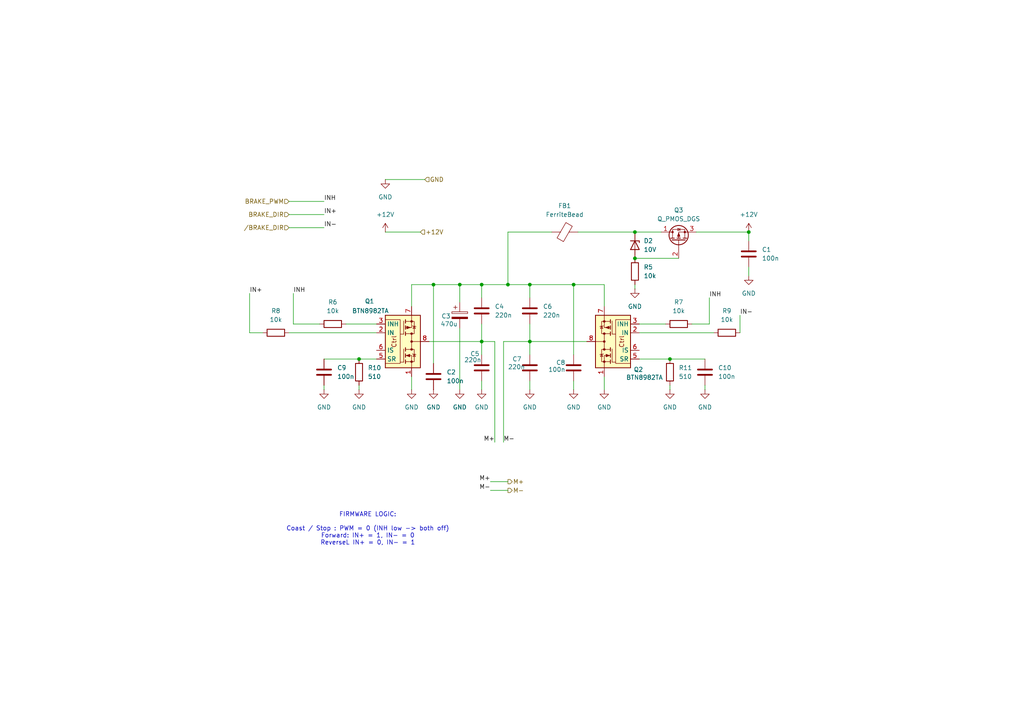
<source format=kicad_sch>
(kicad_sch
	(version 20250114)
	(generator "eeschema")
	(generator_version "9.0")
	(uuid "ecdb335f-5028-4dd1-92d4-3f8e85972c79")
	(paper "A4")
	(lib_symbols
		(symbol "Device:C"
			(pin_numbers
				(hide yes)
			)
			(pin_names
				(offset 0.254)
			)
			(exclude_from_sim no)
			(in_bom yes)
			(on_board yes)
			(property "Reference" "C"
				(at 0.635 2.54 0)
				(effects
					(font
						(size 1.27 1.27)
					)
					(justify left)
				)
			)
			(property "Value" "C"
				(at 0.635 -2.54 0)
				(effects
					(font
						(size 1.27 1.27)
					)
					(justify left)
				)
			)
			(property "Footprint" ""
				(at 0.9652 -3.81 0)
				(effects
					(font
						(size 1.27 1.27)
					)
					(hide yes)
				)
			)
			(property "Datasheet" "~"
				(at 0 0 0)
				(effects
					(font
						(size 1.27 1.27)
					)
					(hide yes)
				)
			)
			(property "Description" "Unpolarized capacitor"
				(at 0 0 0)
				(effects
					(font
						(size 1.27 1.27)
					)
					(hide yes)
				)
			)
			(property "ki_keywords" "cap capacitor"
				(at 0 0 0)
				(effects
					(font
						(size 1.27 1.27)
					)
					(hide yes)
				)
			)
			(property "ki_fp_filters" "C_*"
				(at 0 0 0)
				(effects
					(font
						(size 1.27 1.27)
					)
					(hide yes)
				)
			)
			(symbol "C_0_1"
				(polyline
					(pts
						(xy -2.032 0.762) (xy 2.032 0.762)
					)
					(stroke
						(width 0.508)
						(type default)
					)
					(fill
						(type none)
					)
				)
				(polyline
					(pts
						(xy -2.032 -0.762) (xy 2.032 -0.762)
					)
					(stroke
						(width 0.508)
						(type default)
					)
					(fill
						(type none)
					)
				)
			)
			(symbol "C_1_1"
				(pin passive line
					(at 0 3.81 270)
					(length 2.794)
					(name "~"
						(effects
							(font
								(size 1.27 1.27)
							)
						)
					)
					(number "1"
						(effects
							(font
								(size 1.27 1.27)
							)
						)
					)
				)
				(pin passive line
					(at 0 -3.81 90)
					(length 2.794)
					(name "~"
						(effects
							(font
								(size 1.27 1.27)
							)
						)
					)
					(number "2"
						(effects
							(font
								(size 1.27 1.27)
							)
						)
					)
				)
			)
			(embedded_fonts no)
		)
		(symbol "Device:C_Polarized"
			(pin_numbers
				(hide yes)
			)
			(pin_names
				(offset 0.254)
			)
			(exclude_from_sim no)
			(in_bom yes)
			(on_board yes)
			(property "Reference" "C"
				(at 0.635 2.54 0)
				(effects
					(font
						(size 1.27 1.27)
					)
					(justify left)
				)
			)
			(property "Value" "C_Polarized"
				(at 0.635 -2.54 0)
				(effects
					(font
						(size 1.27 1.27)
					)
					(justify left)
				)
			)
			(property "Footprint" ""
				(at 0.9652 -3.81 0)
				(effects
					(font
						(size 1.27 1.27)
					)
					(hide yes)
				)
			)
			(property "Datasheet" "~"
				(at 0 0 0)
				(effects
					(font
						(size 1.27 1.27)
					)
					(hide yes)
				)
			)
			(property "Description" "Polarized capacitor"
				(at 0 0 0)
				(effects
					(font
						(size 1.27 1.27)
					)
					(hide yes)
				)
			)
			(property "ki_keywords" "cap capacitor"
				(at 0 0 0)
				(effects
					(font
						(size 1.27 1.27)
					)
					(hide yes)
				)
			)
			(property "ki_fp_filters" "CP_*"
				(at 0 0 0)
				(effects
					(font
						(size 1.27 1.27)
					)
					(hide yes)
				)
			)
			(symbol "C_Polarized_0_1"
				(rectangle
					(start -2.286 0.508)
					(end 2.286 1.016)
					(stroke
						(width 0)
						(type default)
					)
					(fill
						(type none)
					)
				)
				(polyline
					(pts
						(xy -1.778 2.286) (xy -0.762 2.286)
					)
					(stroke
						(width 0)
						(type default)
					)
					(fill
						(type none)
					)
				)
				(polyline
					(pts
						(xy -1.27 2.794) (xy -1.27 1.778)
					)
					(stroke
						(width 0)
						(type default)
					)
					(fill
						(type none)
					)
				)
				(rectangle
					(start 2.286 -0.508)
					(end -2.286 -1.016)
					(stroke
						(width 0)
						(type default)
					)
					(fill
						(type outline)
					)
				)
			)
			(symbol "C_Polarized_1_1"
				(pin passive line
					(at 0 3.81 270)
					(length 2.794)
					(name "~"
						(effects
							(font
								(size 1.27 1.27)
							)
						)
					)
					(number "1"
						(effects
							(font
								(size 1.27 1.27)
							)
						)
					)
				)
				(pin passive line
					(at 0 -3.81 90)
					(length 2.794)
					(name "~"
						(effects
							(font
								(size 1.27 1.27)
							)
						)
					)
					(number "2"
						(effects
							(font
								(size 1.27 1.27)
							)
						)
					)
				)
			)
			(embedded_fonts no)
		)
		(symbol "Device:D_Zener"
			(pin_numbers
				(hide yes)
			)
			(pin_names
				(offset 1.016)
				(hide yes)
			)
			(exclude_from_sim no)
			(in_bom yes)
			(on_board yes)
			(property "Reference" "D"
				(at 0 2.54 0)
				(effects
					(font
						(size 1.27 1.27)
					)
				)
			)
			(property "Value" "D_Zener"
				(at 0 -2.54 0)
				(effects
					(font
						(size 1.27 1.27)
					)
				)
			)
			(property "Footprint" ""
				(at 0 0 0)
				(effects
					(font
						(size 1.27 1.27)
					)
					(hide yes)
				)
			)
			(property "Datasheet" "~"
				(at 0 0 0)
				(effects
					(font
						(size 1.27 1.27)
					)
					(hide yes)
				)
			)
			(property "Description" "Zener diode"
				(at 0 0 0)
				(effects
					(font
						(size 1.27 1.27)
					)
					(hide yes)
				)
			)
			(property "ki_keywords" "diode"
				(at 0 0 0)
				(effects
					(font
						(size 1.27 1.27)
					)
					(hide yes)
				)
			)
			(property "ki_fp_filters" "TO-???* *_Diode_* *SingleDiode* D_*"
				(at 0 0 0)
				(effects
					(font
						(size 1.27 1.27)
					)
					(hide yes)
				)
			)
			(symbol "D_Zener_0_1"
				(polyline
					(pts
						(xy -1.27 -1.27) (xy -1.27 1.27) (xy -0.762 1.27)
					)
					(stroke
						(width 0.254)
						(type default)
					)
					(fill
						(type none)
					)
				)
				(polyline
					(pts
						(xy 1.27 0) (xy -1.27 0)
					)
					(stroke
						(width 0)
						(type default)
					)
					(fill
						(type none)
					)
				)
				(polyline
					(pts
						(xy 1.27 -1.27) (xy 1.27 1.27) (xy -1.27 0) (xy 1.27 -1.27)
					)
					(stroke
						(width 0.254)
						(type default)
					)
					(fill
						(type none)
					)
				)
			)
			(symbol "D_Zener_1_1"
				(pin passive line
					(at -3.81 0 0)
					(length 2.54)
					(name "K"
						(effects
							(font
								(size 1.27 1.27)
							)
						)
					)
					(number "1"
						(effects
							(font
								(size 1.27 1.27)
							)
						)
					)
				)
				(pin passive line
					(at 3.81 0 180)
					(length 2.54)
					(name "A"
						(effects
							(font
								(size 1.27 1.27)
							)
						)
					)
					(number "2"
						(effects
							(font
								(size 1.27 1.27)
							)
						)
					)
				)
			)
			(embedded_fonts no)
		)
		(symbol "Device:FerriteBead"
			(pin_numbers
				(hide yes)
			)
			(pin_names
				(offset 0)
			)
			(exclude_from_sim no)
			(in_bom yes)
			(on_board yes)
			(property "Reference" "FB"
				(at -3.81 0.635 90)
				(effects
					(font
						(size 1.27 1.27)
					)
				)
			)
			(property "Value" "FerriteBead"
				(at 3.81 0 90)
				(effects
					(font
						(size 1.27 1.27)
					)
				)
			)
			(property "Footprint" ""
				(at -1.778 0 90)
				(effects
					(font
						(size 1.27 1.27)
					)
					(hide yes)
				)
			)
			(property "Datasheet" "~"
				(at 0 0 0)
				(effects
					(font
						(size 1.27 1.27)
					)
					(hide yes)
				)
			)
			(property "Description" "Ferrite bead"
				(at 0 0 0)
				(effects
					(font
						(size 1.27 1.27)
					)
					(hide yes)
				)
			)
			(property "ki_keywords" "L ferrite bead inductor filter"
				(at 0 0 0)
				(effects
					(font
						(size 1.27 1.27)
					)
					(hide yes)
				)
			)
			(property "ki_fp_filters" "Inductor_* L_* *Ferrite*"
				(at 0 0 0)
				(effects
					(font
						(size 1.27 1.27)
					)
					(hide yes)
				)
			)
			(symbol "FerriteBead_0_1"
				(polyline
					(pts
						(xy -2.7686 0.4064) (xy -1.7018 2.2606) (xy 2.7686 -0.3048) (xy 1.6764 -2.159) (xy -2.7686 0.4064)
					)
					(stroke
						(width 0)
						(type default)
					)
					(fill
						(type none)
					)
				)
				(polyline
					(pts
						(xy 0 1.27) (xy 0 1.2954)
					)
					(stroke
						(width 0)
						(type default)
					)
					(fill
						(type none)
					)
				)
				(polyline
					(pts
						(xy 0 -1.27) (xy 0 -1.2192)
					)
					(stroke
						(width 0)
						(type default)
					)
					(fill
						(type none)
					)
				)
			)
			(symbol "FerriteBead_1_1"
				(pin passive line
					(at 0 3.81 270)
					(length 2.54)
					(name "~"
						(effects
							(font
								(size 1.27 1.27)
							)
						)
					)
					(number "1"
						(effects
							(font
								(size 1.27 1.27)
							)
						)
					)
				)
				(pin passive line
					(at 0 -3.81 90)
					(length 2.54)
					(name "~"
						(effects
							(font
								(size 1.27 1.27)
							)
						)
					)
					(number "2"
						(effects
							(font
								(size 1.27 1.27)
							)
						)
					)
				)
			)
			(embedded_fonts no)
		)
		(symbol "Device:R"
			(pin_numbers
				(hide yes)
			)
			(pin_names
				(offset 0)
			)
			(exclude_from_sim no)
			(in_bom yes)
			(on_board yes)
			(property "Reference" "R"
				(at 2.032 0 90)
				(effects
					(font
						(size 1.27 1.27)
					)
				)
			)
			(property "Value" "R"
				(at 0 0 90)
				(effects
					(font
						(size 1.27 1.27)
					)
				)
			)
			(property "Footprint" ""
				(at -1.778 0 90)
				(effects
					(font
						(size 1.27 1.27)
					)
					(hide yes)
				)
			)
			(property "Datasheet" "~"
				(at 0 0 0)
				(effects
					(font
						(size 1.27 1.27)
					)
					(hide yes)
				)
			)
			(property "Description" "Resistor"
				(at 0 0 0)
				(effects
					(font
						(size 1.27 1.27)
					)
					(hide yes)
				)
			)
			(property "ki_keywords" "R res resistor"
				(at 0 0 0)
				(effects
					(font
						(size 1.27 1.27)
					)
					(hide yes)
				)
			)
			(property "ki_fp_filters" "R_*"
				(at 0 0 0)
				(effects
					(font
						(size 1.27 1.27)
					)
					(hide yes)
				)
			)
			(symbol "R_0_1"
				(rectangle
					(start -1.016 -2.54)
					(end 1.016 2.54)
					(stroke
						(width 0.254)
						(type default)
					)
					(fill
						(type none)
					)
				)
			)
			(symbol "R_1_1"
				(pin passive line
					(at 0 3.81 270)
					(length 1.27)
					(name "~"
						(effects
							(font
								(size 1.27 1.27)
							)
						)
					)
					(number "1"
						(effects
							(font
								(size 1.27 1.27)
							)
						)
					)
				)
				(pin passive line
					(at 0 -3.81 90)
					(length 1.27)
					(name "~"
						(effects
							(font
								(size 1.27 1.27)
							)
						)
					)
					(number "2"
						(effects
							(font
								(size 1.27 1.27)
							)
						)
					)
				)
			)
			(embedded_fonts no)
		)
		(symbol "Power_Management:BTN8982TA"
			(exclude_from_sim no)
			(in_bom yes)
			(on_board yes)
			(property "Reference" "Q"
				(at 6.35 5.715 0)
				(effects
					(font
						(size 1.27 1.27)
					)
					(justify left)
				)
			)
			(property "Value" "BTN8982TA"
				(at 6.35 3.81 0)
				(effects
					(font
						(size 1.27 1.27)
					)
					(justify left)
				)
			)
			(property "Footprint" "Package_TO_SOT_SMD:TO-263-7_TabPin8"
				(at -5.08 11.43 0)
				(effects
					(font
						(size 1.27 1.27)
					)
					(hide yes)
				)
			)
			(property "Datasheet" "https://www.infineon.com/dgdl/Infineon-BTN8982TA-DS-v01_00-EN.pdf?fileId=db3a30433fa9412f013fbe32289b7c17"
				(at -1.27 0.254 0)
				(effects
					(font
						(size 1.27 1.27)
					)
					(hide yes)
				)
			)
			(property "Description" "High Current PN Half Bridge, TO-263-7"
				(at 0 0 0)
				(effects
					(font
						(size 1.27 1.27)
					)
					(hide yes)
				)
			)
			(property "ki_keywords" "half bridge for motor drive applications"
				(at 0 0 0)
				(effects
					(font
						(size 1.27 1.27)
					)
					(hide yes)
				)
			)
			(property "ki_fp_filters" "TO*263*TabPin8*"
				(at 0 0 0)
				(effects
					(font
						(size 1.27 1.27)
					)
					(hide yes)
				)
			)
			(symbol "BTN8982TA_0_1"
				(rectangle
					(start -5.08 7.62)
					(end 5.08 -7.62)
					(stroke
						(width 0.254)
						(type default)
					)
					(fill
						(type background)
					)
				)
				(polyline
					(pts
						(xy -5.08 6.35) (xy -0.762 6.35) (xy -0.762 -6.35) (xy -5.08 -6.35)
					)
					(stroke
						(width 0)
						(type default)
					)
					(fill
						(type none)
					)
				)
				(polyline
					(pts
						(xy 0.254 2.159) (xy -0.762 2.159)
					)
					(stroke
						(width 0)
						(type default)
					)
					(fill
						(type none)
					)
				)
				(polyline
					(pts
						(xy 0.254 -5.969) (xy -0.762 -5.969)
					)
					(stroke
						(width 0)
						(type default)
					)
					(fill
						(type none)
					)
				)
				(polyline
					(pts
						(xy 2.54 2.286) (xy 2.54 -2.286)
					)
					(stroke
						(width 0)
						(type default)
					)
					(fill
						(type none)
					)
				)
				(polyline
					(pts
						(xy 2.54 0) (xy 5.08 0)
					)
					(stroke
						(width 0)
						(type default)
					)
					(fill
						(type none)
					)
				)
				(polyline
					(pts
						(xy 2.54 -5.842) (xy 2.54 -7.62) (xy 2.54 -6.858)
					)
					(stroke
						(width 0)
						(type default)
					)
					(fill
						(type none)
					)
				)
			)
			(symbol "BTN8982TA_1_0"
				(text "Ctrl"
					(at -2.54 0 900)
					(effects
						(font
							(size 1.27 1.27)
						)
					)
				)
			)
			(symbol "BTN8982TA_1_1"
				(polyline
					(pts
						(xy 0.254 5.969) (xy 0.254 2.159) (xy 0.254 2.159)
					)
					(stroke
						(width 0)
						(type default)
					)
					(fill
						(type none)
					)
				)
				(polyline
					(pts
						(xy 0.254 -2.159) (xy 0.254 -5.969) (xy 0.254 -5.969)
					)
					(stroke
						(width 0)
						(type default)
					)
					(fill
						(type none)
					)
				)
				(polyline
					(pts
						(xy 0.762 6.35) (xy 0.762 5.334)
					)
					(stroke
						(width 0.254)
						(type default)
					)
					(fill
						(type none)
					)
				)
				(polyline
					(pts
						(xy 0.762 5.842) (xy 2.54 5.842)
					)
					(stroke
						(width 0)
						(type default)
					)
					(fill
						(type none)
					)
				)
				(polyline
					(pts
						(xy 0.762 4.572) (xy 0.762 3.556)
					)
					(stroke
						(width 0.254)
						(type default)
					)
					(fill
						(type none)
					)
				)
				(polyline
					(pts
						(xy 0.762 4.064) (xy 2.54 4.064)
					)
					(stroke
						(width 0)
						(type default)
					)
					(fill
						(type none)
					)
				)
				(polyline
					(pts
						(xy 0.762 2.794) (xy 0.762 1.778)
					)
					(stroke
						(width 0.254)
						(type default)
					)
					(fill
						(type none)
					)
				)
				(polyline
					(pts
						(xy 0.762 2.286) (xy 2.54 2.286)
					)
					(stroke
						(width 0)
						(type default)
					)
					(fill
						(type none)
					)
				)
				(polyline
					(pts
						(xy 0.762 -1.778) (xy 0.762 -2.794)
					)
					(stroke
						(width 0.254)
						(type default)
					)
					(fill
						(type none)
					)
				)
				(polyline
					(pts
						(xy 0.762 -2.286) (xy 2.54 -2.286)
					)
					(stroke
						(width 0)
						(type default)
					)
					(fill
						(type none)
					)
				)
				(polyline
					(pts
						(xy 0.762 -3.556) (xy 0.762 -4.572)
					)
					(stroke
						(width 0.254)
						(type default)
					)
					(fill
						(type none)
					)
				)
				(polyline
					(pts
						(xy 0.762 -4.064) (xy 2.54 -4.064)
					)
					(stroke
						(width 0)
						(type default)
					)
					(fill
						(type none)
					)
				)
				(polyline
					(pts
						(xy 0.762 -5.334) (xy 0.762 -6.35)
					)
					(stroke
						(width 0.254)
						(type default)
					)
					(fill
						(type none)
					)
				)
				(polyline
					(pts
						(xy 0.762 -5.842) (xy 2.54 -5.842)
					)
					(stroke
						(width 0)
						(type default)
					)
					(fill
						(type none)
					)
				)
				(polyline
					(pts
						(xy 1.016 -4.064) (xy 2.032 -3.683) (xy 2.032 -4.445) (xy 1.016 -4.064)
					)
					(stroke
						(width 0)
						(type default)
					)
					(fill
						(type outline)
					)
				)
				(polyline
					(pts
						(xy 2.159 4.064) (xy 1.143 3.683) (xy 1.143 4.445) (xy 2.159 4.064)
					)
					(stroke
						(width 0)
						(type default)
					)
					(fill
						(type outline)
					)
				)
				(polyline
					(pts
						(xy 2.54 7.62) (xy 2.54 5.842)
					)
					(stroke
						(width 0)
						(type default)
					)
					(fill
						(type none)
					)
				)
				(circle
					(center 2.54 5.842)
					(radius 0.2794)
					(stroke
						(width 0)
						(type default)
					)
					(fill
						(type outline)
					)
				)
				(polyline
					(pts
						(xy 2.54 4.064) (xy 2.54 5.842)
					)
					(stroke
						(width 0)
						(type default)
					)
					(fill
						(type none)
					)
				)
				(polyline
					(pts
						(xy 2.54 2.286) (xy 3.302 2.286) (xy 3.302 5.842) (xy 2.54 5.842)
					)
					(stroke
						(width 0)
						(type default)
					)
					(fill
						(type none)
					)
				)
				(circle
					(center 2.54 2.286)
					(radius 0.2794)
					(stroke
						(width 0)
						(type default)
					)
					(fill
						(type outline)
					)
				)
				(circle
					(center 2.54 0)
					(radius 0.2794)
					(stroke
						(width 0)
						(type default)
					)
					(fill
						(type outline)
					)
				)
				(circle
					(center 2.54 -2.286)
					(radius 0.2794)
					(stroke
						(width 0)
						(type default)
					)
					(fill
						(type outline)
					)
				)
				(polyline
					(pts
						(xy 2.54 -5.842) (xy 2.54 -4.064)
					)
					(stroke
						(width 0)
						(type default)
					)
					(fill
						(type none)
					)
				)
				(polyline
					(pts
						(xy 2.54 -5.842) (xy 3.302 -5.842) (xy 3.302 -2.286) (xy 2.54 -2.286)
					)
					(stroke
						(width 0)
						(type default)
					)
					(fill
						(type none)
					)
				)
				(circle
					(center 2.54 -5.842)
					(radius 0.2794)
					(stroke
						(width 0)
						(type default)
					)
					(fill
						(type outline)
					)
				)
				(polyline
					(pts
						(xy 2.794 4.572) (xy 2.921 4.445) (xy 3.683 4.445) (xy 3.81 4.318)
					)
					(stroke
						(width 0)
						(type default)
					)
					(fill
						(type none)
					)
				)
				(polyline
					(pts
						(xy 2.794 -3.556) (xy 2.921 -3.683) (xy 3.683 -3.683) (xy 3.81 -3.81)
					)
					(stroke
						(width 0)
						(type default)
					)
					(fill
						(type none)
					)
				)
				(polyline
					(pts
						(xy 3.302 4.445) (xy 2.921 3.81) (xy 3.683 3.81) (xy 3.302 4.445)
					)
					(stroke
						(width 0)
						(type default)
					)
					(fill
						(type none)
					)
				)
				(polyline
					(pts
						(xy 3.302 -3.683) (xy 2.921 -4.318) (xy 3.683 -4.318) (xy 3.302 -3.683)
					)
					(stroke
						(width 0)
						(type default)
					)
					(fill
						(type none)
					)
				)
				(pin input line
					(at -7.62 5.08 0)
					(length 2.54)
					(name "INH"
						(effects
							(font
								(size 1.27 1.27)
							)
						)
					)
					(number "3"
						(effects
							(font
								(size 1.27 1.27)
							)
						)
					)
				)
				(pin input line
					(at -7.62 2.54 0)
					(length 2.54)
					(name "IN"
						(effects
							(font
								(size 1.27 1.27)
							)
						)
					)
					(number "2"
						(effects
							(font
								(size 1.27 1.27)
							)
						)
					)
				)
				(pin output line
					(at -7.62 -2.54 0)
					(length 2.54)
					(name "IS"
						(effects
							(font
								(size 1.27 1.27)
							)
						)
					)
					(number "6"
						(effects
							(font
								(size 1.27 1.27)
							)
						)
					)
				)
				(pin input line
					(at -7.62 -5.08 0)
					(length 2.54)
					(name "SR"
						(effects
							(font
								(size 1.27 1.27)
							)
						)
					)
					(number "5"
						(effects
							(font
								(size 1.27 1.27)
							)
						)
					)
				)
				(pin power_in line
					(at 2.54 10.16 270)
					(length 2.54)
					(name "~"
						(effects
							(font
								(size 1.27 1.27)
							)
						)
					)
					(number "7"
						(effects
							(font
								(size 1.27 1.27)
							)
						)
					)
				)
				(pin power_in line
					(at 2.54 -10.16 90)
					(length 2.54)
					(name "~"
						(effects
							(font
								(size 1.27 1.27)
							)
						)
					)
					(number "1"
						(effects
							(font
								(size 1.27 1.27)
							)
						)
					)
				)
				(pin passive line
					(at 7.62 0 180)
					(length 2.54)
					(hide yes)
					(name "~"
						(effects
							(font
								(size 1.27 1.27)
							)
						)
					)
					(number "4"
						(effects
							(font
								(size 1.27 1.27)
							)
						)
					)
				)
				(pin passive line
					(at 7.62 0 180)
					(length 2.54)
					(name "~"
						(effects
							(font
								(size 1.27 1.27)
							)
						)
					)
					(number "8"
						(effects
							(font
								(size 1.27 1.27)
							)
						)
					)
				)
			)
			(embedded_fonts no)
		)
		(symbol "Transistor_FET:Q_PMOS_DGS"
			(pin_names
				(offset 0)
				(hide yes)
			)
			(exclude_from_sim no)
			(in_bom yes)
			(on_board yes)
			(property "Reference" "Q"
				(at 5.08 1.905 0)
				(effects
					(font
						(size 1.27 1.27)
					)
					(justify left)
				)
			)
			(property "Value" "Q_PMOS_DGS"
				(at 5.08 0 0)
				(effects
					(font
						(size 1.27 1.27)
					)
					(justify left)
				)
			)
			(property "Footprint" ""
				(at 5.08 2.54 0)
				(effects
					(font
						(size 1.27 1.27)
					)
					(hide yes)
				)
			)
			(property "Datasheet" "~"
				(at 0 0 0)
				(effects
					(font
						(size 1.27 1.27)
					)
					(hide yes)
				)
			)
			(property "Description" "P-MOSFET transistor, drain/gate/source"
				(at 0 0 0)
				(effects
					(font
						(size 1.27 1.27)
					)
					(hide yes)
				)
			)
			(property "ki_keywords" "transistor PMOS P-MOS P-MOSFET"
				(at 0 0 0)
				(effects
					(font
						(size 1.27 1.27)
					)
					(hide yes)
				)
			)
			(symbol "Q_PMOS_DGS_0_1"
				(polyline
					(pts
						(xy 0.254 1.905) (xy 0.254 -1.905)
					)
					(stroke
						(width 0.254)
						(type default)
					)
					(fill
						(type none)
					)
				)
				(polyline
					(pts
						(xy 0.254 0) (xy -2.54 0)
					)
					(stroke
						(width 0)
						(type default)
					)
					(fill
						(type none)
					)
				)
				(polyline
					(pts
						(xy 0.762 2.286) (xy 0.762 1.27)
					)
					(stroke
						(width 0.254)
						(type default)
					)
					(fill
						(type none)
					)
				)
				(polyline
					(pts
						(xy 0.762 1.778) (xy 3.302 1.778) (xy 3.302 -1.778) (xy 0.762 -1.778)
					)
					(stroke
						(width 0)
						(type default)
					)
					(fill
						(type none)
					)
				)
				(polyline
					(pts
						(xy 0.762 0.508) (xy 0.762 -0.508)
					)
					(stroke
						(width 0.254)
						(type default)
					)
					(fill
						(type none)
					)
				)
				(polyline
					(pts
						(xy 0.762 -1.27) (xy 0.762 -2.286)
					)
					(stroke
						(width 0.254)
						(type default)
					)
					(fill
						(type none)
					)
				)
				(circle
					(center 1.651 0)
					(radius 2.794)
					(stroke
						(width 0.254)
						(type default)
					)
					(fill
						(type none)
					)
				)
				(polyline
					(pts
						(xy 2.286 0) (xy 1.27 0.381) (xy 1.27 -0.381) (xy 2.286 0)
					)
					(stroke
						(width 0)
						(type default)
					)
					(fill
						(type outline)
					)
				)
				(polyline
					(pts
						(xy 2.54 2.54) (xy 2.54 1.778)
					)
					(stroke
						(width 0)
						(type default)
					)
					(fill
						(type none)
					)
				)
				(circle
					(center 2.54 1.778)
					(radius 0.254)
					(stroke
						(width 0)
						(type default)
					)
					(fill
						(type outline)
					)
				)
				(circle
					(center 2.54 -1.778)
					(radius 0.254)
					(stroke
						(width 0)
						(type default)
					)
					(fill
						(type outline)
					)
				)
				(polyline
					(pts
						(xy 2.54 -2.54) (xy 2.54 0) (xy 0.762 0)
					)
					(stroke
						(width 0)
						(type default)
					)
					(fill
						(type none)
					)
				)
				(polyline
					(pts
						(xy 2.921 -0.381) (xy 3.683 -0.381)
					)
					(stroke
						(width 0)
						(type default)
					)
					(fill
						(type none)
					)
				)
				(polyline
					(pts
						(xy 3.302 -0.381) (xy 2.921 0.254) (xy 3.683 0.254) (xy 3.302 -0.381)
					)
					(stroke
						(width 0)
						(type default)
					)
					(fill
						(type none)
					)
				)
			)
			(symbol "Q_PMOS_DGS_1_1"
				(pin input line
					(at -5.08 0 0)
					(length 2.54)
					(name "G"
						(effects
							(font
								(size 1.27 1.27)
							)
						)
					)
					(number "2"
						(effects
							(font
								(size 1.27 1.27)
							)
						)
					)
				)
				(pin passive line
					(at 2.54 5.08 270)
					(length 2.54)
					(name "D"
						(effects
							(font
								(size 1.27 1.27)
							)
						)
					)
					(number "1"
						(effects
							(font
								(size 1.27 1.27)
							)
						)
					)
				)
				(pin passive line
					(at 2.54 -5.08 90)
					(length 2.54)
					(name "S"
						(effects
							(font
								(size 1.27 1.27)
							)
						)
					)
					(number "3"
						(effects
							(font
								(size 1.27 1.27)
							)
						)
					)
				)
			)
			(embedded_fonts no)
		)
		(symbol "power:+12V"
			(power)
			(pin_numbers
				(hide yes)
			)
			(pin_names
				(offset 0)
				(hide yes)
			)
			(exclude_from_sim no)
			(in_bom yes)
			(on_board yes)
			(property "Reference" "#PWR"
				(at 0 -3.81 0)
				(effects
					(font
						(size 1.27 1.27)
					)
					(hide yes)
				)
			)
			(property "Value" "+12V"
				(at 0 3.556 0)
				(effects
					(font
						(size 1.27 1.27)
					)
				)
			)
			(property "Footprint" ""
				(at 0 0 0)
				(effects
					(font
						(size 1.27 1.27)
					)
					(hide yes)
				)
			)
			(property "Datasheet" ""
				(at 0 0 0)
				(effects
					(font
						(size 1.27 1.27)
					)
					(hide yes)
				)
			)
			(property "Description" "Power symbol creates a global label with name \"+12V\""
				(at 0 0 0)
				(effects
					(font
						(size 1.27 1.27)
					)
					(hide yes)
				)
			)
			(property "ki_keywords" "global power"
				(at 0 0 0)
				(effects
					(font
						(size 1.27 1.27)
					)
					(hide yes)
				)
			)
			(symbol "+12V_0_1"
				(polyline
					(pts
						(xy -0.762 1.27) (xy 0 2.54)
					)
					(stroke
						(width 0)
						(type default)
					)
					(fill
						(type none)
					)
				)
				(polyline
					(pts
						(xy 0 2.54) (xy 0.762 1.27)
					)
					(stroke
						(width 0)
						(type default)
					)
					(fill
						(type none)
					)
				)
				(polyline
					(pts
						(xy 0 0) (xy 0 2.54)
					)
					(stroke
						(width 0)
						(type default)
					)
					(fill
						(type none)
					)
				)
			)
			(symbol "+12V_1_1"
				(pin power_in line
					(at 0 0 90)
					(length 0)
					(name "~"
						(effects
							(font
								(size 1.27 1.27)
							)
						)
					)
					(number "1"
						(effects
							(font
								(size 1.27 1.27)
							)
						)
					)
				)
			)
			(embedded_fonts no)
		)
		(symbol "power:GND"
			(power)
			(pin_numbers
				(hide yes)
			)
			(pin_names
				(offset 0)
				(hide yes)
			)
			(exclude_from_sim no)
			(in_bom yes)
			(on_board yes)
			(property "Reference" "#PWR"
				(at 0 -6.35 0)
				(effects
					(font
						(size 1.27 1.27)
					)
					(hide yes)
				)
			)
			(property "Value" "GND"
				(at 0 -3.81 0)
				(effects
					(font
						(size 1.27 1.27)
					)
				)
			)
			(property "Footprint" ""
				(at 0 0 0)
				(effects
					(font
						(size 1.27 1.27)
					)
					(hide yes)
				)
			)
			(property "Datasheet" ""
				(at 0 0 0)
				(effects
					(font
						(size 1.27 1.27)
					)
					(hide yes)
				)
			)
			(property "Description" "Power symbol creates a global label with name \"GND\" , ground"
				(at 0 0 0)
				(effects
					(font
						(size 1.27 1.27)
					)
					(hide yes)
				)
			)
			(property "ki_keywords" "global power"
				(at 0 0 0)
				(effects
					(font
						(size 1.27 1.27)
					)
					(hide yes)
				)
			)
			(symbol "GND_0_1"
				(polyline
					(pts
						(xy 0 0) (xy 0 -1.27) (xy 1.27 -1.27) (xy 0 -2.54) (xy -1.27 -1.27) (xy 0 -1.27)
					)
					(stroke
						(width 0)
						(type default)
					)
					(fill
						(type none)
					)
				)
			)
			(symbol "GND_1_1"
				(pin power_in line
					(at 0 0 270)
					(length 0)
					(name "~"
						(effects
							(font
								(size 1.27 1.27)
							)
						)
					)
					(number "1"
						(effects
							(font
								(size 1.27 1.27)
							)
						)
					)
				)
			)
			(embedded_fonts no)
		)
	)
	(text "FIRMWARE LOGIC:\n\nCoast / Stop : PWM = 0 (INH low -> both off)\nForward: IN+ = 1, IN- = 0\nReverseL IN+ = 0, IN- = 1"
		(exclude_from_sim no)
		(at 106.68 153.416 0)
		(effects
			(font
				(size 1.27 1.27)
			)
		)
		(uuid "00d3b5ba-e618-42d5-a11f-b37b7a21d2fe")
	)
	(junction
		(at 125.73 82.55)
		(diameter 0)
		(color 0 0 0 0)
		(uuid "03f0a9db-a8ab-4c3c-8ec3-a87508e8f920")
	)
	(junction
		(at 184.15 67.31)
		(diameter 0)
		(color 0 0 0 0)
		(uuid "25e88ca5-5427-4b2f-b96d-821ea950b312")
	)
	(junction
		(at 166.37 82.55)
		(diameter 0)
		(color 0 0 0 0)
		(uuid "39b184ed-11b5-4b21-ad0d-da8d14d4ff6a")
	)
	(junction
		(at 139.7 99.06)
		(diameter 0)
		(color 0 0 0 0)
		(uuid "48952371-57cb-4e04-8585-27f134e2036f")
	)
	(junction
		(at 147.32 82.55)
		(diameter 0)
		(color 0 0 0 0)
		(uuid "7bfa5c14-a3a3-4f99-b119-50ae71afa5fb")
	)
	(junction
		(at 217.17 67.31)
		(diameter 0)
		(color 0 0 0 0)
		(uuid "8d141090-8894-48d3-a89e-b1e027c71f2f")
	)
	(junction
		(at 153.67 99.06)
		(diameter 0)
		(color 0 0 0 0)
		(uuid "94df65e1-7df9-40b4-8f58-2fea087ee478")
	)
	(junction
		(at 139.7 82.55)
		(diameter 0)
		(color 0 0 0 0)
		(uuid "9d870ea4-7b1c-49ae-9d71-9633e8b5a211")
	)
	(junction
		(at 184.15 74.93)
		(diameter 0)
		(color 0 0 0 0)
		(uuid "b9d3d9c8-c4b8-46ec-bf6b-947da9e49436")
	)
	(junction
		(at 194.31 104.14)
		(diameter 0)
		(color 0 0 0 0)
		(uuid "c7a70e11-e751-495c-b63f-aa2154fa9f55")
	)
	(junction
		(at 133.35 82.55)
		(diameter 0)
		(color 0 0 0 0)
		(uuid "e2d41d47-5659-402b-b50d-4a9430cb8f1a")
	)
	(junction
		(at 153.67 82.55)
		(diameter 0)
		(color 0 0 0 0)
		(uuid "e3f566f8-d608-430b-bf51-40bfb430458f")
	)
	(junction
		(at 104.14 104.14)
		(diameter 0)
		(color 0 0 0 0)
		(uuid "fa9d6762-84c1-4a83-b3cd-548acb1840fb")
	)
	(wire
		(pts
			(xy 83.82 66.04) (xy 93.98 66.04)
		)
		(stroke
			(width 0)
			(type default)
		)
		(uuid "051b2a4f-ca81-44ef-ad69-ee328baa6eb5")
	)
	(wire
		(pts
			(xy 133.35 82.55) (xy 133.35 87.63)
		)
		(stroke
			(width 0)
			(type default)
		)
		(uuid "08c307ed-9d89-491a-9703-fec841e82fbe")
	)
	(wire
		(pts
			(xy 93.98 111.76) (xy 93.98 113.03)
		)
		(stroke
			(width 0)
			(type default)
		)
		(uuid "0a218662-d308-424e-ae62-c64550a7ea67")
	)
	(wire
		(pts
			(xy 76.2 96.52) (xy 72.39 96.52)
		)
		(stroke
			(width 0)
			(type default)
		)
		(uuid "0cacd894-5bf4-44e0-9e22-389938f3caf9")
	)
	(wire
		(pts
			(xy 166.37 110.49) (xy 166.37 113.03)
		)
		(stroke
			(width 0)
			(type default)
		)
		(uuid "0fd438d4-f186-470c-88f4-655bddadadc8")
	)
	(wire
		(pts
			(xy 217.17 80.01) (xy 217.17 77.47)
		)
		(stroke
			(width 0)
			(type default)
		)
		(uuid "109ffbaa-8538-4ffc-b65c-e8801c64e8d2")
	)
	(wire
		(pts
			(xy 142.24 139.7) (xy 147.32 139.7)
		)
		(stroke
			(width 0)
			(type default)
		)
		(uuid "19516415-333d-442d-a3b3-52b26a0953ab")
	)
	(wire
		(pts
			(xy 204.47 104.14) (xy 194.31 104.14)
		)
		(stroke
			(width 0)
			(type default)
		)
		(uuid "1eb44ec1-4372-4ac2-9264-1c6b3b24fed0")
	)
	(wire
		(pts
			(xy 184.15 67.31) (xy 191.77 67.31)
		)
		(stroke
			(width 0)
			(type default)
		)
		(uuid "216e3579-4634-4458-b46c-ba44bae1fb60")
	)
	(wire
		(pts
			(xy 147.32 82.55) (xy 153.67 82.55)
		)
		(stroke
			(width 0)
			(type default)
		)
		(uuid "23aa00de-cf6a-453d-8d4c-6e3fe47b301b")
	)
	(wire
		(pts
			(xy 139.7 93.98) (xy 139.7 99.06)
		)
		(stroke
			(width 0)
			(type default)
		)
		(uuid "24769ce9-75bc-4ddf-bd56-bc3740bfb260")
	)
	(wire
		(pts
			(xy 194.31 113.03) (xy 194.31 111.76)
		)
		(stroke
			(width 0)
			(type default)
		)
		(uuid "2717bd15-167e-4c55-9aa2-c117fe6dc4eb")
	)
	(wire
		(pts
			(xy 124.46 99.06) (xy 139.7 99.06)
		)
		(stroke
			(width 0)
			(type default)
		)
		(uuid "2f17d45a-d57a-4e2f-8b1a-312c96ff3f8a")
	)
	(wire
		(pts
			(xy 175.26 82.55) (xy 175.26 88.9)
		)
		(stroke
			(width 0)
			(type default)
		)
		(uuid "303662ba-9681-4c76-86ac-423b95a26b82")
	)
	(wire
		(pts
			(xy 217.17 67.31) (xy 201.93 67.31)
		)
		(stroke
			(width 0)
			(type default)
		)
		(uuid "3952520d-8c01-40ac-a20d-d9d67503873f")
	)
	(wire
		(pts
			(xy 193.04 93.98) (xy 185.42 93.98)
		)
		(stroke
			(width 0)
			(type default)
		)
		(uuid "3c09d2f5-9dc8-45e4-af52-4cf239843b53")
	)
	(wire
		(pts
			(xy 119.38 109.22) (xy 119.38 113.03)
		)
		(stroke
			(width 0)
			(type default)
		)
		(uuid "3cf3e03c-d2bd-4cc7-b0da-3506b0deb70b")
	)
	(wire
		(pts
			(xy 83.82 62.23) (xy 93.98 62.23)
		)
		(stroke
			(width 0)
			(type default)
		)
		(uuid "3eecbcb6-fd2e-49a2-b9b6-913087ab3e1a")
	)
	(wire
		(pts
			(xy 104.14 113.03) (xy 104.14 111.76)
		)
		(stroke
			(width 0)
			(type default)
		)
		(uuid "3f449bee-416b-420e-adf0-61b0372607ed")
	)
	(wire
		(pts
			(xy 104.14 104.14) (xy 109.22 104.14)
		)
		(stroke
			(width 0)
			(type default)
		)
		(uuid "40cbd473-1361-4e7c-9b3a-c510e74ac633")
	)
	(wire
		(pts
			(xy 204.47 113.03) (xy 204.47 111.76)
		)
		(stroke
			(width 0)
			(type default)
		)
		(uuid "445db2b4-e1e8-45c7-a181-b8317d1680e9")
	)
	(wire
		(pts
			(xy 146.05 99.06) (xy 146.05 128.27)
		)
		(stroke
			(width 0)
			(type default)
		)
		(uuid "598e5c77-70a5-4c81-8d66-37be7ace3cd0")
	)
	(wire
		(pts
			(xy 153.67 82.55) (xy 166.37 82.55)
		)
		(stroke
			(width 0)
			(type default)
		)
		(uuid "5de597dd-a0d1-4d5a-a921-83e14f7e08ce")
	)
	(wire
		(pts
			(xy 214.63 91.44) (xy 214.63 96.52)
		)
		(stroke
			(width 0)
			(type default)
		)
		(uuid "5f9ea179-5f1d-4dd2-a170-d83267fac598")
	)
	(wire
		(pts
			(xy 125.73 82.55) (xy 125.73 105.41)
		)
		(stroke
			(width 0)
			(type default)
		)
		(uuid "7978c2dd-8d33-4042-9b7f-14e457f4d458")
	)
	(wire
		(pts
			(xy 184.15 74.93) (xy 196.85 74.93)
		)
		(stroke
			(width 0)
			(type default)
		)
		(uuid "7ca05797-7ae4-46d4-ac48-8e3cac662e4f")
	)
	(wire
		(pts
			(xy 93.98 104.14) (xy 104.14 104.14)
		)
		(stroke
			(width 0)
			(type default)
		)
		(uuid "813fdf9d-4697-48ac-9da1-1b588eea7caa")
	)
	(wire
		(pts
			(xy 153.67 93.98) (xy 153.67 99.06)
		)
		(stroke
			(width 0)
			(type default)
		)
		(uuid "84f9507d-b6b6-4e92-a131-6363f3bea5f4")
	)
	(wire
		(pts
			(xy 125.73 82.55) (xy 119.38 82.55)
		)
		(stroke
			(width 0)
			(type default)
		)
		(uuid "853cce84-6d8f-4453-ad0c-b0fee219c56d")
	)
	(wire
		(pts
			(xy 133.35 95.25) (xy 133.35 113.03)
		)
		(stroke
			(width 0)
			(type default)
		)
		(uuid "8d56c63a-84d9-4160-8b05-6ff5756078cf")
	)
	(wire
		(pts
			(xy 166.37 102.87) (xy 166.37 82.55)
		)
		(stroke
			(width 0)
			(type default)
		)
		(uuid "8e190df3-9e6b-4f29-95c2-1762e8f549f8")
	)
	(wire
		(pts
			(xy 119.38 82.55) (xy 119.38 88.9)
		)
		(stroke
			(width 0)
			(type default)
		)
		(uuid "8e6f4ef2-37d2-4c92-a0af-5987582d58f3")
	)
	(wire
		(pts
			(xy 83.82 96.52) (xy 109.22 96.52)
		)
		(stroke
			(width 0)
			(type default)
		)
		(uuid "8e747c3b-f358-4f18-9fb9-33cc49a448b9")
	)
	(wire
		(pts
			(xy 184.15 82.55) (xy 184.15 83.82)
		)
		(stroke
			(width 0)
			(type default)
		)
		(uuid "8fff7ec9-f871-45bc-a75b-864e571febad")
	)
	(wire
		(pts
			(xy 125.73 82.55) (xy 133.35 82.55)
		)
		(stroke
			(width 0)
			(type default)
		)
		(uuid "9308f5ea-9dcb-44fe-aa5a-da47036a3b49")
	)
	(wire
		(pts
			(xy 175.26 113.03) (xy 175.26 109.22)
		)
		(stroke
			(width 0)
			(type default)
		)
		(uuid "93fe0cfd-3eea-4eb0-a91c-bb952db21dc4")
	)
	(wire
		(pts
			(xy 194.31 104.14) (xy 185.42 104.14)
		)
		(stroke
			(width 0)
			(type default)
		)
		(uuid "975f6f37-1d43-43fa-b6ce-90b277fb287d")
	)
	(wire
		(pts
			(xy 72.39 85.09) (xy 72.39 96.52)
		)
		(stroke
			(width 0)
			(type default)
		)
		(uuid "97fdfb1c-a943-4635-a1c8-d45f9c67f141")
	)
	(wire
		(pts
			(xy 143.51 99.06) (xy 143.51 128.27)
		)
		(stroke
			(width 0)
			(type default)
		)
		(uuid "a027e30f-20d9-477d-975b-1f5a3e3afb84")
	)
	(wire
		(pts
			(xy 200.66 93.98) (xy 205.74 93.98)
		)
		(stroke
			(width 0)
			(type default)
		)
		(uuid "a38db36d-9f6d-4f9d-996c-7cd286edd158")
	)
	(wire
		(pts
			(xy 153.67 86.36) (xy 153.67 82.55)
		)
		(stroke
			(width 0)
			(type default)
		)
		(uuid "a8ea7248-dab1-46e0-894e-f97a1e29ef3d")
	)
	(wire
		(pts
			(xy 153.67 102.87) (xy 153.67 99.06)
		)
		(stroke
			(width 0)
			(type default)
		)
		(uuid "aa595e4b-4284-4029-8710-5653f0d7c211")
	)
	(wire
		(pts
			(xy 205.74 86.36) (xy 205.74 93.98)
		)
		(stroke
			(width 0)
			(type default)
		)
		(uuid "b1f0a82e-852a-41b4-b696-0a0f0382d1c2")
	)
	(wire
		(pts
			(xy 207.01 96.52) (xy 185.42 96.52)
		)
		(stroke
			(width 0)
			(type default)
		)
		(uuid "b36b9c63-1333-4e0b-8874-5164094a9e81")
	)
	(wire
		(pts
			(xy 139.7 82.55) (xy 147.32 82.55)
		)
		(stroke
			(width 0)
			(type default)
		)
		(uuid "b62afc51-bc7a-4952-9579-59d291dc25c1")
	)
	(wire
		(pts
			(xy 217.17 69.85) (xy 217.17 67.31)
		)
		(stroke
			(width 0)
			(type default)
		)
		(uuid "bc3e8580-6739-4b52-b464-ce0d85901c9f")
	)
	(wire
		(pts
			(xy 153.67 113.03) (xy 153.67 110.49)
		)
		(stroke
			(width 0)
			(type default)
		)
		(uuid "bd64a13c-dbd9-4e65-97d8-d68e8334b503")
	)
	(wire
		(pts
			(xy 139.7 102.87) (xy 139.7 99.06)
		)
		(stroke
			(width 0)
			(type default)
		)
		(uuid "c062d4ec-43da-4712-a726-10812b8164b9")
	)
	(wire
		(pts
			(xy 160.02 67.31) (xy 147.32 67.31)
		)
		(stroke
			(width 0)
			(type default)
		)
		(uuid "c27958c6-66a8-4182-a72d-cc08fb830f01")
	)
	(wire
		(pts
			(xy 139.7 99.06) (xy 143.51 99.06)
		)
		(stroke
			(width 0)
			(type default)
		)
		(uuid "c4875715-1d54-4dfa-9a1b-d0b687627ad8")
	)
	(wire
		(pts
			(xy 170.18 99.06) (xy 153.67 99.06)
		)
		(stroke
			(width 0)
			(type default)
		)
		(uuid "c745503f-3134-4215-80a5-f52979b349e6")
	)
	(wire
		(pts
			(xy 100.33 93.98) (xy 109.22 93.98)
		)
		(stroke
			(width 0)
			(type default)
		)
		(uuid "cdf5ca89-2e5d-449f-b363-fbaf1e71e5d2")
	)
	(wire
		(pts
			(xy 83.82 58.42) (xy 93.98 58.42)
		)
		(stroke
			(width 0)
			(type default)
		)
		(uuid "ce30ace9-abd2-41a4-9b01-ca0c188f0204")
	)
	(wire
		(pts
			(xy 153.67 99.06) (xy 146.05 99.06)
		)
		(stroke
			(width 0)
			(type default)
		)
		(uuid "d2edf0d9-ab6b-48a6-9821-8702f0263515")
	)
	(wire
		(pts
			(xy 133.35 82.55) (xy 139.7 82.55)
		)
		(stroke
			(width 0)
			(type default)
		)
		(uuid "d516232b-6f27-4bb2-9ffd-ff97824255c0")
	)
	(wire
		(pts
			(xy 166.37 82.55) (xy 175.26 82.55)
		)
		(stroke
			(width 0)
			(type default)
		)
		(uuid "d7c94133-7928-4797-a6a7-d9a5d7fe474e")
	)
	(wire
		(pts
			(xy 167.64 67.31) (xy 184.15 67.31)
		)
		(stroke
			(width 0)
			(type default)
		)
		(uuid "dc33de8e-0d55-4ccc-8ead-fe2516ec811c")
	)
	(wire
		(pts
			(xy 139.7 86.36) (xy 139.7 82.55)
		)
		(stroke
			(width 0)
			(type default)
		)
		(uuid "e08bd52d-d42f-433e-befe-35226914a56a")
	)
	(wire
		(pts
			(xy 142.24 142.24) (xy 147.32 142.24)
		)
		(stroke
			(width 0)
			(type default)
		)
		(uuid "e09805c1-8373-4a77-8f3d-b6925c34ffb2")
	)
	(wire
		(pts
			(xy 92.71 93.98) (xy 85.09 93.98)
		)
		(stroke
			(width 0)
			(type default)
		)
		(uuid "e2ac0eec-b44f-4975-9e0c-81a1451a514c")
	)
	(wire
		(pts
			(xy 111.76 67.31) (xy 121.92 67.31)
		)
		(stroke
			(width 0)
			(type default)
		)
		(uuid "efac16a0-0bda-43f3-8260-f8c724cef7c1")
	)
	(wire
		(pts
			(xy 147.32 67.31) (xy 147.32 82.55)
		)
		(stroke
			(width 0)
			(type default)
		)
		(uuid "f9a58cdf-6798-420f-b8da-de4c06b9e628")
	)
	(wire
		(pts
			(xy 85.09 85.09) (xy 85.09 93.98)
		)
		(stroke
			(width 0)
			(type default)
		)
		(uuid "fa925b7e-3a42-4ea4-933e-114f2a2c11f4")
	)
	(wire
		(pts
			(xy 111.76 52.07) (xy 123.19 52.07)
		)
		(stroke
			(width 0)
			(type default)
		)
		(uuid "fb7ae750-91a2-4d34-9ae0-c2cdfd73a84a")
	)
	(wire
		(pts
			(xy 139.7 110.49) (xy 139.7 113.03)
		)
		(stroke
			(width 0)
			(type default)
		)
		(uuid "ff2385b9-2f1e-44c5-9067-310930b748eb")
	)
	(label "IN-"
		(at 214.63 91.44 0)
		(effects
			(font
				(size 1.27 1.27)
			)
			(justify left bottom)
		)
		(uuid "092c5ae8-acf3-417f-9747-e00dd28e2e1f")
	)
	(label "IN+"
		(at 72.39 85.09 0)
		(effects
			(font
				(size 1.27 1.27)
			)
			(justify left bottom)
		)
		(uuid "31624652-81d0-4607-9937-944cbd7f8c87")
	)
	(label "M+"
		(at 142.24 139.7 180)
		(effects
			(font
				(size 1.27 1.27)
			)
			(justify right bottom)
		)
		(uuid "4b269c9c-d728-4363-908d-3bff2e8698a0")
	)
	(label "INH"
		(at 93.98 58.42 0)
		(effects
			(font
				(size 1.27 1.27)
			)
			(justify left bottom)
		)
		(uuid "57b14837-21f5-4710-b4f0-bee3b8329b5d")
	)
	(label "IN+"
		(at 93.98 62.23 0)
		(effects
			(font
				(size 1.27 1.27)
			)
			(justify left bottom)
		)
		(uuid "8680a197-2efa-4df3-8262-a6762685cba1")
	)
	(label "M-"
		(at 146.05 128.27 0)
		(effects
			(font
				(size 1.27 1.27)
			)
			(justify left bottom)
		)
		(uuid "89f61a74-9b68-487a-90eb-c42b8c5c5751")
	)
	(label "M-"
		(at 142.24 142.24 180)
		(effects
			(font
				(size 1.27 1.27)
			)
			(justify right bottom)
		)
		(uuid "a0809c55-c405-4847-848c-4814dac6ef80")
	)
	(label "M+"
		(at 143.51 128.27 180)
		(effects
			(font
				(size 1.27 1.27)
			)
			(justify right bottom)
		)
		(uuid "aa4ae7ee-7a78-42e2-8c2e-e7fadd4836c8")
	)
	(label "INH"
		(at 205.74 86.36 0)
		(effects
			(font
				(size 1.27 1.27)
			)
			(justify left bottom)
		)
		(uuid "b2ef81de-d6de-43c1-98f4-e3928a3e5f4a")
	)
	(label "INH"
		(at 85.09 85.09 0)
		(effects
			(font
				(size 1.27 1.27)
			)
			(justify left bottom)
		)
		(uuid "c351f4a8-dbbf-440d-bcc6-77be592e031b")
	)
	(label "IN-"
		(at 93.98 66.04 0)
		(effects
			(font
				(size 1.27 1.27)
			)
			(justify left bottom)
		)
		(uuid "e03e5f81-bbfa-4cb6-ab96-e7b21213c3af")
	)
	(hierarchical_label "+12V"
		(shape input)
		(at 121.92 67.31 0)
		(effects
			(font
				(size 1.27 1.27)
			)
			(justify left)
		)
		(uuid "07859d6f-07e0-4ae9-a725-fe7fc8bd9aff")
	)
	(hierarchical_label "GND"
		(shape input)
		(at 123.19 52.07 0)
		(effects
			(font
				(size 1.27 1.27)
			)
			(justify left)
		)
		(uuid "4a78db20-55bc-439e-8dd8-1563f50820c3")
	)
	(hierarchical_label "{slash}BRAKE_DIR"
		(shape input)
		(at 83.82 66.04 180)
		(effects
			(font
				(size 1.27 1.27)
			)
			(justify right)
		)
		(uuid "4eb77e9c-a809-4524-bcb7-7749704a57f5")
	)
	(hierarchical_label "BRAKE_DIR"
		(shape input)
		(at 83.82 62.23 180)
		(effects
			(font
				(size 1.27 1.27)
			)
			(justify right)
		)
		(uuid "81b00fb4-5fe0-4ebd-9b2c-89d0508ddee4")
	)
	(hierarchical_label "BRAKE_PWM"
		(shape input)
		(at 83.82 58.42 180)
		(effects
			(font
				(size 1.27 1.27)
			)
			(justify right)
		)
		(uuid "c01fb879-c486-4e37-a8dd-4b34707ef686")
	)
	(hierarchical_label "M+"
		(shape output)
		(at 147.32 139.7 0)
		(effects
			(font
				(size 1.27 1.27)
			)
			(justify left)
		)
		(uuid "d245209f-f90f-486d-8b98-1ff4ea324d3d")
	)
	(hierarchical_label "M-"
		(shape output)
		(at 147.32 142.24 0)
		(effects
			(font
				(size 1.27 1.27)
			)
			(justify left)
		)
		(uuid "f3900a44-98e3-487f-a349-70483dbf5ca5")
	)
	(symbol
		(lib_id "Device:C")
		(at 93.98 107.95 0)
		(unit 1)
		(exclude_from_sim no)
		(in_bom yes)
		(on_board yes)
		(dnp no)
		(fields_autoplaced yes)
		(uuid "09a5002e-c094-4c28-84ea-ba31af5d045c")
		(property "Reference" "C9"
			(at 97.79 106.6799 0)
			(effects
				(font
					(size 1.27 1.27)
				)
				(justify left)
			)
		)
		(property "Value" "100n"
			(at 97.79 109.2199 0)
			(effects
				(font
					(size 1.27 1.27)
				)
				(justify left)
			)
		)
		(property "Footprint" ""
			(at 94.9452 111.76 0)
			(effects
				(font
					(size 1.27 1.27)
				)
				(hide yes)
			)
		)
		(property "Datasheet" "~"
			(at 93.98 107.95 0)
			(effects
				(font
					(size 1.27 1.27)
				)
				(hide yes)
			)
		)
		(property "Description" "Unpolarized capacitor"
			(at 93.98 107.95 0)
			(effects
				(font
					(size 1.27 1.27)
				)
				(hide yes)
			)
		)
		(pin "1"
			(uuid "6768f513-9e3a-4773-9ad6-9fdd54c6a0be")
		)
		(pin "2"
			(uuid "a33174b3-ecce-4d80-b0b8-ae0e12792bd1")
		)
		(instances
			(project "AVPCB"
				(path "/c903ffce-1e53-4881-8ba4-673f83378f26/23d8ada7-6029-4c05-bdb4-bc8545aaf349"
					(reference "C9")
					(unit 1)
				)
			)
		)
	)
	(symbol
		(lib_id "power:GND")
		(at 175.26 113.03 0)
		(unit 1)
		(exclude_from_sim no)
		(in_bom yes)
		(on_board yes)
		(dnp no)
		(fields_autoplaced yes)
		(uuid "0ac7e2ae-785b-4782-8b45-e873001008c7")
		(property "Reference" "#PWR022"
			(at 175.26 119.38 0)
			(effects
				(font
					(size 1.27 1.27)
				)
				(hide yes)
			)
		)
		(property "Value" "GND"
			(at 175.26 118.11 0)
			(effects
				(font
					(size 1.27 1.27)
				)
			)
		)
		(property "Footprint" ""
			(at 175.26 113.03 0)
			(effects
				(font
					(size 1.27 1.27)
				)
				(hide yes)
			)
		)
		(property "Datasheet" ""
			(at 175.26 113.03 0)
			(effects
				(font
					(size 1.27 1.27)
				)
				(hide yes)
			)
		)
		(property "Description" "Power symbol creates a global label with name \"GND\" , ground"
			(at 175.26 113.03 0)
			(effects
				(font
					(size 1.27 1.27)
				)
				(hide yes)
			)
		)
		(pin "1"
			(uuid "eefda352-70e9-4abe-a251-67aea2cbf670")
		)
		(instances
			(project "AVPCB"
				(path "/c903ffce-1e53-4881-8ba4-673f83378f26/23d8ada7-6029-4c05-bdb4-bc8545aaf349"
					(reference "#PWR022")
					(unit 1)
				)
			)
		)
	)
	(symbol
		(lib_id "Device:FerriteBead")
		(at 163.83 67.31 90)
		(unit 1)
		(exclude_from_sim no)
		(in_bom yes)
		(on_board yes)
		(dnp no)
		(fields_autoplaced yes)
		(uuid "125179d5-385b-4bd4-a290-fef04e5586b0")
		(property "Reference" "FB1"
			(at 163.7792 59.69 90)
			(effects
				(font
					(size 1.27 1.27)
				)
			)
		)
		(property "Value" "FerriteBead"
			(at 163.7792 62.23 90)
			(effects
				(font
					(size 1.27 1.27)
				)
			)
		)
		(property "Footprint" ""
			(at 163.83 69.088 90)
			(effects
				(font
					(size 1.27 1.27)
				)
				(hide yes)
			)
		)
		(property "Datasheet" "~"
			(at 163.83 67.31 0)
			(effects
				(font
					(size 1.27 1.27)
				)
				(hide yes)
			)
		)
		(property "Description" "Ferrite bead"
			(at 163.83 67.31 0)
			(effects
				(font
					(size 1.27 1.27)
				)
				(hide yes)
			)
		)
		(pin "1"
			(uuid "3057700c-5ccb-4ad4-a5e5-cd52306e273a")
		)
		(pin "2"
			(uuid "ddfea204-393e-465d-a25e-741a7a5f3b68")
		)
		(instances
			(project "AVPCB"
				(path "/c903ffce-1e53-4881-8ba4-673f83378f26/23d8ada7-6029-4c05-bdb4-bc8545aaf349"
					(reference "FB1")
					(unit 1)
				)
			)
		)
	)
	(symbol
		(lib_id "power:GND")
		(at 139.7 113.03 0)
		(unit 1)
		(exclude_from_sim no)
		(in_bom yes)
		(on_board yes)
		(dnp no)
		(fields_autoplaced yes)
		(uuid "1a6766b0-eb7d-47df-a18f-65b9a749f684")
		(property "Reference" "#PWR028"
			(at 139.7 119.38 0)
			(effects
				(font
					(size 1.27 1.27)
				)
				(hide yes)
			)
		)
		(property "Value" "GND"
			(at 139.7 118.11 0)
			(effects
				(font
					(size 1.27 1.27)
				)
			)
		)
		(property "Footprint" ""
			(at 139.7 113.03 0)
			(effects
				(font
					(size 1.27 1.27)
				)
				(hide yes)
			)
		)
		(property "Datasheet" ""
			(at 139.7 113.03 0)
			(effects
				(font
					(size 1.27 1.27)
				)
				(hide yes)
			)
		)
		(property "Description" "Power symbol creates a global label with name \"GND\" , ground"
			(at 139.7 113.03 0)
			(effects
				(font
					(size 1.27 1.27)
				)
				(hide yes)
			)
		)
		(pin "1"
			(uuid "ee44be16-9b1e-4068-ad7c-0b8bcf074e76")
		)
		(instances
			(project "AVPCB"
				(path "/c903ffce-1e53-4881-8ba4-673f83378f26/23d8ada7-6029-4c05-bdb4-bc8545aaf349"
					(reference "#PWR028")
					(unit 1)
				)
			)
		)
	)
	(symbol
		(lib_id "Power_Management:BTN8982TA")
		(at 116.84 99.06 0)
		(unit 1)
		(exclude_from_sim no)
		(in_bom yes)
		(on_board yes)
		(dnp no)
		(uuid "2922e860-cb3a-4bca-b4bb-cd6b2bf06863")
		(property "Reference" "Q1"
			(at 107.188 87.376 0)
			(effects
				(font
					(size 1.27 1.27)
				)
			)
		)
		(property "Value" "BTN8982TA"
			(at 107.442 90.17 0)
			(effects
				(font
					(size 1.27 1.27)
				)
			)
		)
		(property "Footprint" "Package_TO_SOT_SMD:TO-263-7_TabPin8"
			(at 111.76 87.63 0)
			(effects
				(font
					(size 1.27 1.27)
				)
				(hide yes)
			)
		)
		(property "Datasheet" "https://www.infineon.com/dgdl/Infineon-BTN8982TA-DS-v01_00-EN.pdf?fileId=db3a30433fa9412f013fbe32289b7c17"
			(at 115.57 98.806 0)
			(effects
				(font
					(size 1.27 1.27)
				)
				(hide yes)
			)
		)
		(property "Description" "High Current PN Half Bridge, TO-263-7"
			(at 116.84 99.06 0)
			(effects
				(font
					(size 1.27 1.27)
				)
				(hide yes)
			)
		)
		(pin "3"
			(uuid "fa99308d-9c35-46ce-accf-1eab0f0e6bed")
		)
		(pin "6"
			(uuid "8c38acc2-a447-4577-a701-e94fbe1d3048")
		)
		(pin "7"
			(uuid "c953120c-f900-433d-96a7-8a577d338305")
		)
		(pin "5"
			(uuid "8192b0a6-a122-4e7d-8e6c-57e9806ebe62")
		)
		(pin "8"
			(uuid "3f328bf2-7f10-4a14-8013-d7b88b95cd6b")
		)
		(pin "1"
			(uuid "e2034273-2a68-4752-a6b6-7ae690851db3")
		)
		(pin "4"
			(uuid "95e32a05-e7df-4465-b881-99c0d9c2d14f")
		)
		(pin "2"
			(uuid "b945061a-9a80-4fe4-abd2-0fcf95ccfbe0")
		)
		(instances
			(project "AVPCB"
				(path "/c903ffce-1e53-4881-8ba4-673f83378f26/23d8ada7-6029-4c05-bdb4-bc8545aaf349"
					(reference "Q1")
					(unit 1)
				)
			)
		)
	)
	(symbol
		(lib_id "Device:C")
		(at 153.67 90.17 0)
		(unit 1)
		(exclude_from_sim no)
		(in_bom yes)
		(on_board yes)
		(dnp no)
		(fields_autoplaced yes)
		(uuid "2d3bf6f9-874e-436d-a415-cdd8b173518f")
		(property "Reference" "C6"
			(at 157.48 88.8999 0)
			(effects
				(font
					(size 1.27 1.27)
				)
				(justify left)
			)
		)
		(property "Value" "220n"
			(at 157.48 91.4399 0)
			(effects
				(font
					(size 1.27 1.27)
				)
				(justify left)
			)
		)
		(property "Footprint" ""
			(at 154.6352 93.98 0)
			(effects
				(font
					(size 1.27 1.27)
				)
				(hide yes)
			)
		)
		(property "Datasheet" "~"
			(at 153.67 90.17 0)
			(effects
				(font
					(size 1.27 1.27)
				)
				(hide yes)
			)
		)
		(property "Description" "Unpolarized capacitor"
			(at 153.67 90.17 0)
			(effects
				(font
					(size 1.27 1.27)
				)
				(hide yes)
			)
		)
		(pin "1"
			(uuid "6c33ff59-6bbb-4b32-9bbb-41a12904a6dc")
		)
		(pin "2"
			(uuid "1113ed6e-93db-49ed-8e25-59718a57ee19")
		)
		(instances
			(project "AVPCB"
				(path "/c903ffce-1e53-4881-8ba4-673f83378f26/23d8ada7-6029-4c05-bdb4-bc8545aaf349"
					(reference "C6")
					(unit 1)
				)
			)
		)
	)
	(symbol
		(lib_id "power:GND")
		(at 125.73 113.03 0)
		(unit 1)
		(exclude_from_sim no)
		(in_bom yes)
		(on_board yes)
		(dnp no)
		(fields_autoplaced yes)
		(uuid "2d93dd90-2032-4165-8f58-e6d6d9a386b9")
		(property "Reference" "#PWR026"
			(at 125.73 119.38 0)
			(effects
				(font
					(size 1.27 1.27)
				)
				(hide yes)
			)
		)
		(property "Value" "GND"
			(at 125.73 118.11 0)
			(effects
				(font
					(size 1.27 1.27)
				)
			)
		)
		(property "Footprint" ""
			(at 125.73 113.03 0)
			(effects
				(font
					(size 1.27 1.27)
				)
				(hide yes)
			)
		)
		(property "Datasheet" ""
			(at 125.73 113.03 0)
			(effects
				(font
					(size 1.27 1.27)
				)
				(hide yes)
			)
		)
		(property "Description" "Power symbol creates a global label with name \"GND\" , ground"
			(at 125.73 113.03 0)
			(effects
				(font
					(size 1.27 1.27)
				)
				(hide yes)
			)
		)
		(pin "1"
			(uuid "0c50b9cc-83b3-494a-97e0-490bcc7c410b")
		)
		(instances
			(project "AVPCB"
				(path "/c903ffce-1e53-4881-8ba4-673f83378f26/23d8ada7-6029-4c05-bdb4-bc8545aaf349"
					(reference "#PWR026")
					(unit 1)
				)
			)
		)
	)
	(symbol
		(lib_id "power:GND")
		(at 93.98 113.03 0)
		(unit 1)
		(exclude_from_sim no)
		(in_bom yes)
		(on_board yes)
		(dnp no)
		(fields_autoplaced yes)
		(uuid "493b242c-517e-4a8c-8407-e6d6b9e33852")
		(property "Reference" "#PWR034"
			(at 93.98 119.38 0)
			(effects
				(font
					(size 1.27 1.27)
				)
				(hide yes)
			)
		)
		(property "Value" "GND"
			(at 93.98 118.11 0)
			(effects
				(font
					(size 1.27 1.27)
				)
			)
		)
		(property "Footprint" ""
			(at 93.98 113.03 0)
			(effects
				(font
					(size 1.27 1.27)
				)
				(hide yes)
			)
		)
		(property "Datasheet" ""
			(at 93.98 113.03 0)
			(effects
				(font
					(size 1.27 1.27)
				)
				(hide yes)
			)
		)
		(property "Description" "Power symbol creates a global label with name \"GND\" , ground"
			(at 93.98 113.03 0)
			(effects
				(font
					(size 1.27 1.27)
				)
				(hide yes)
			)
		)
		(pin "1"
			(uuid "16b7af67-1d55-4c87-bc5d-bbe6f9279d04")
		)
		(instances
			(project "AVPCB"
				(path "/c903ffce-1e53-4881-8ba4-673f83378f26/23d8ada7-6029-4c05-bdb4-bc8545aaf349"
					(reference "#PWR034")
					(unit 1)
				)
			)
		)
	)
	(symbol
		(lib_id "Device:R")
		(at 80.01 96.52 90)
		(unit 1)
		(exclude_from_sim no)
		(in_bom yes)
		(on_board yes)
		(dnp no)
		(fields_autoplaced yes)
		(uuid "5b54685a-1c3b-476d-bee3-636a18f9f956")
		(property "Reference" "R8"
			(at 80.01 90.17 90)
			(effects
				(font
					(size 1.27 1.27)
				)
			)
		)
		(property "Value" "10k"
			(at 80.01 92.71 90)
			(effects
				(font
					(size 1.27 1.27)
				)
			)
		)
		(property "Footprint" ""
			(at 80.01 98.298 90)
			(effects
				(font
					(size 1.27 1.27)
				)
				(hide yes)
			)
		)
		(property "Datasheet" "~"
			(at 80.01 96.52 0)
			(effects
				(font
					(size 1.27 1.27)
				)
				(hide yes)
			)
		)
		(property "Description" "Resistor"
			(at 80.01 96.52 0)
			(effects
				(font
					(size 1.27 1.27)
				)
				(hide yes)
			)
		)
		(pin "2"
			(uuid "b19786eb-d2f9-4d81-84ba-03f5f263f7d8")
		)
		(pin "1"
			(uuid "dfd73c66-e624-4a30-85c9-f5bb66206cf5")
		)
		(instances
			(project "AVPCB"
				(path "/c903ffce-1e53-4881-8ba4-673f83378f26/23d8ada7-6029-4c05-bdb4-bc8545aaf349"
					(reference "R8")
					(unit 1)
				)
			)
		)
	)
	(symbol
		(lib_id "Device:R")
		(at 210.82 96.52 90)
		(unit 1)
		(exclude_from_sim no)
		(in_bom yes)
		(on_board yes)
		(dnp no)
		(fields_autoplaced yes)
		(uuid "5e24a6d1-df75-4b6f-a64a-a93391d00f69")
		(property "Reference" "R9"
			(at 210.82 90.17 90)
			(effects
				(font
					(size 1.27 1.27)
				)
			)
		)
		(property "Value" "10k"
			(at 210.82 92.71 90)
			(effects
				(font
					(size 1.27 1.27)
				)
			)
		)
		(property "Footprint" ""
			(at 210.82 98.298 90)
			(effects
				(font
					(size 1.27 1.27)
				)
				(hide yes)
			)
		)
		(property "Datasheet" "~"
			(at 210.82 96.52 0)
			(effects
				(font
					(size 1.27 1.27)
				)
				(hide yes)
			)
		)
		(property "Description" "Resistor"
			(at 210.82 96.52 0)
			(effects
				(font
					(size 1.27 1.27)
				)
				(hide yes)
			)
		)
		(pin "2"
			(uuid "695f2420-5b6e-45f1-914e-e26effdc831e")
		)
		(pin "1"
			(uuid "95d95424-d1a0-4394-a07e-0c03b36e1740")
		)
		(instances
			(project "AVPCB"
				(path "/c903ffce-1e53-4881-8ba4-673f83378f26/23d8ada7-6029-4c05-bdb4-bc8545aaf349"
					(reference "R9")
					(unit 1)
				)
			)
		)
	)
	(symbol
		(lib_id "Device:R")
		(at 196.85 93.98 90)
		(unit 1)
		(exclude_from_sim no)
		(in_bom yes)
		(on_board yes)
		(dnp no)
		(fields_autoplaced yes)
		(uuid "6092eb50-1299-47d4-a5b7-4e24a724edec")
		(property "Reference" "R7"
			(at 196.85 87.63 90)
			(effects
				(font
					(size 1.27 1.27)
				)
			)
		)
		(property "Value" "10k"
			(at 196.85 90.17 90)
			(effects
				(font
					(size 1.27 1.27)
				)
			)
		)
		(property "Footprint" ""
			(at 196.85 95.758 90)
			(effects
				(font
					(size 1.27 1.27)
				)
				(hide yes)
			)
		)
		(property "Datasheet" "~"
			(at 196.85 93.98 0)
			(effects
				(font
					(size 1.27 1.27)
				)
				(hide yes)
			)
		)
		(property "Description" "Resistor"
			(at 196.85 93.98 0)
			(effects
				(font
					(size 1.27 1.27)
				)
				(hide yes)
			)
		)
		(pin "2"
			(uuid "8909b112-b6c3-4cb0-bfe8-2dc8b9b0ba41")
		)
		(pin "1"
			(uuid "ef2c35b8-a4a0-40e6-88dc-1235d7c2ab01")
		)
		(instances
			(project "AVPCB"
				(path "/c903ffce-1e53-4881-8ba4-673f83378f26/23d8ada7-6029-4c05-bdb4-bc8545aaf349"
					(reference "R7")
					(unit 1)
				)
			)
		)
	)
	(symbol
		(lib_id "power:+12V")
		(at 217.17 67.31 0)
		(unit 1)
		(exclude_from_sim no)
		(in_bom yes)
		(on_board yes)
		(dnp no)
		(fields_autoplaced yes)
		(uuid "6ea54edd-9dcc-48a6-9f75-a831cc45dd24")
		(property "Reference" "#PWR020"
			(at 217.17 71.12 0)
			(effects
				(font
					(size 1.27 1.27)
				)
				(hide yes)
			)
		)
		(property "Value" "+12V"
			(at 217.17 62.23 0)
			(effects
				(font
					(size 1.27 1.27)
				)
			)
		)
		(property "Footprint" ""
			(at 217.17 67.31 0)
			(effects
				(font
					(size 1.27 1.27)
				)
				(hide yes)
			)
		)
		(property "Datasheet" ""
			(at 217.17 67.31 0)
			(effects
				(font
					(size 1.27 1.27)
				)
				(hide yes)
			)
		)
		(property "Description" "Power symbol creates a global label with name \"+12V\""
			(at 217.17 67.31 0)
			(effects
				(font
					(size 1.27 1.27)
				)
				(hide yes)
			)
		)
		(pin "1"
			(uuid "4088597f-8b41-448f-9693-7a0ba9e93f6a")
		)
		(instances
			(project "AVPCB"
				(path "/c903ffce-1e53-4881-8ba4-673f83378f26/23d8ada7-6029-4c05-bdb4-bc8545aaf349"
					(reference "#PWR020")
					(unit 1)
				)
			)
		)
	)
	(symbol
		(lib_id "power:GND")
		(at 194.31 113.03 0)
		(unit 1)
		(exclude_from_sim no)
		(in_bom yes)
		(on_board yes)
		(dnp no)
		(fields_autoplaced yes)
		(uuid "7252f049-d17c-4483-97ad-b606da450f60")
		(property "Reference" "#PWR031"
			(at 194.31 119.38 0)
			(effects
				(font
					(size 1.27 1.27)
				)
				(hide yes)
			)
		)
		(property "Value" "GND"
			(at 194.31 118.11 0)
			(effects
				(font
					(size 1.27 1.27)
				)
			)
		)
		(property "Footprint" ""
			(at 194.31 113.03 0)
			(effects
				(font
					(size 1.27 1.27)
				)
				(hide yes)
			)
		)
		(property "Datasheet" ""
			(at 194.31 113.03 0)
			(effects
				(font
					(size 1.27 1.27)
				)
				(hide yes)
			)
		)
		(property "Description" "Power symbol creates a global label with name \"GND\" , ground"
			(at 194.31 113.03 0)
			(effects
				(font
					(size 1.27 1.27)
				)
				(hide yes)
			)
		)
		(pin "1"
			(uuid "bf9f86bd-e25a-4ae4-b04e-8f51ab672ca6")
		)
		(instances
			(project "AVPCB"
				(path "/c903ffce-1e53-4881-8ba4-673f83378f26/23d8ada7-6029-4c05-bdb4-bc8545aaf349"
					(reference "#PWR031")
					(unit 1)
				)
			)
		)
	)
	(symbol
		(lib_id "power:+12V")
		(at 111.76 67.31 0)
		(unit 1)
		(exclude_from_sim no)
		(in_bom yes)
		(on_board yes)
		(dnp no)
		(fields_autoplaced yes)
		(uuid "740a5c41-7b5a-4365-946c-6448a202c8bb")
		(property "Reference" "#PWR019"
			(at 111.76 71.12 0)
			(effects
				(font
					(size 1.27 1.27)
				)
				(hide yes)
			)
		)
		(property "Value" "+12V"
			(at 111.76 62.23 0)
			(effects
				(font
					(size 1.27 1.27)
				)
			)
		)
		(property "Footprint" ""
			(at 111.76 67.31 0)
			(effects
				(font
					(size 1.27 1.27)
				)
				(hide yes)
			)
		)
		(property "Datasheet" ""
			(at 111.76 67.31 0)
			(effects
				(font
					(size 1.27 1.27)
				)
				(hide yes)
			)
		)
		(property "Description" "Power symbol creates a global label with name \"+12V\""
			(at 111.76 67.31 0)
			(effects
				(font
					(size 1.27 1.27)
				)
				(hide yes)
			)
		)
		(pin "1"
			(uuid "9db455cd-5228-46ae-a2f4-2b5b3702fb5f")
		)
		(instances
			(project "AVPCB"
				(path "/c903ffce-1e53-4881-8ba4-673f83378f26/23d8ada7-6029-4c05-bdb4-bc8545aaf349"
					(reference "#PWR019")
					(unit 1)
				)
			)
		)
	)
	(symbol
		(lib_id "Device:C")
		(at 139.7 90.17 0)
		(unit 1)
		(exclude_from_sim no)
		(in_bom yes)
		(on_board yes)
		(dnp no)
		(fields_autoplaced yes)
		(uuid "7689928c-db8d-44a8-89ff-9001cb11faba")
		(property "Reference" "C4"
			(at 143.51 88.8999 0)
			(effects
				(font
					(size 1.27 1.27)
				)
				(justify left)
			)
		)
		(property "Value" "220n"
			(at 143.51 91.4399 0)
			(effects
				(font
					(size 1.27 1.27)
				)
				(justify left)
			)
		)
		(property "Footprint" ""
			(at 140.6652 93.98 0)
			(effects
				(font
					(size 1.27 1.27)
				)
				(hide yes)
			)
		)
		(property "Datasheet" "~"
			(at 139.7 90.17 0)
			(effects
				(font
					(size 1.27 1.27)
				)
				(hide yes)
			)
		)
		(property "Description" "Unpolarized capacitor"
			(at 139.7 90.17 0)
			(effects
				(font
					(size 1.27 1.27)
				)
				(hide yes)
			)
		)
		(pin "1"
			(uuid "28505164-cb31-4df5-bf85-6ac592ba4104")
		)
		(pin "2"
			(uuid "87ae5191-7aa9-4155-8ffa-601b389dd19d")
		)
		(instances
			(project "AVPCB"
				(path "/c903ffce-1e53-4881-8ba4-673f83378f26/23d8ada7-6029-4c05-bdb4-bc8545aaf349"
					(reference "C4")
					(unit 1)
				)
			)
		)
	)
	(symbol
		(lib_id "power:GND")
		(at 133.35 113.03 0)
		(unit 1)
		(exclude_from_sim no)
		(in_bom yes)
		(on_board yes)
		(dnp no)
		(fields_autoplaced yes)
		(uuid "89201ebf-9d19-49e4-bc23-e1d3a77f0328")
		(property "Reference" "#PWR027"
			(at 133.35 119.38 0)
			(effects
				(font
					(size 1.27 1.27)
				)
				(hide yes)
			)
		)
		(property "Value" "GND"
			(at 133.35 118.11 0)
			(effects
				(font
					(size 1.27 1.27)
				)
			)
		)
		(property "Footprint" ""
			(at 133.35 113.03 0)
			(effects
				(font
					(size 1.27 1.27)
				)
				(hide yes)
			)
		)
		(property "Datasheet" ""
			(at 133.35 113.03 0)
			(effects
				(font
					(size 1.27 1.27)
				)
				(hide yes)
			)
		)
		(property "Description" "Power symbol creates a global label with name \"GND\" , ground"
			(at 133.35 113.03 0)
			(effects
				(font
					(size 1.27 1.27)
				)
				(hide yes)
			)
		)
		(pin "1"
			(uuid "3d7cf592-3f90-4eee-8b37-b55321e6ecb2")
		)
		(instances
			(project "AVPCB"
				(path "/c903ffce-1e53-4881-8ba4-673f83378f26/23d8ada7-6029-4c05-bdb4-bc8545aaf349"
					(reference "#PWR027")
					(unit 1)
				)
			)
		)
	)
	(symbol
		(lib_id "Device:C")
		(at 139.7 106.68 0)
		(unit 1)
		(exclude_from_sim no)
		(in_bom yes)
		(on_board yes)
		(dnp no)
		(uuid "8dabe29c-e0d6-4023-8aac-5b2aa0c29aa6")
		(property "Reference" "C5"
			(at 136.398 102.616 0)
			(effects
				(font
					(size 1.27 1.27)
				)
				(justify left)
			)
		)
		(property "Value" "220n"
			(at 134.62 104.394 0)
			(effects
				(font
					(size 1.27 1.27)
				)
				(justify left)
			)
		)
		(property "Footprint" ""
			(at 140.6652 110.49 0)
			(effects
				(font
					(size 1.27 1.27)
				)
				(hide yes)
			)
		)
		(property "Datasheet" "~"
			(at 139.7 106.68 0)
			(effects
				(font
					(size 1.27 1.27)
				)
				(hide yes)
			)
		)
		(property "Description" "Unpolarized capacitor"
			(at 139.7 106.68 0)
			(effects
				(font
					(size 1.27 1.27)
				)
				(hide yes)
			)
		)
		(pin "1"
			(uuid "18e55303-abbc-419b-a20b-84a11cdf0cbe")
		)
		(pin "2"
			(uuid "73882f5d-9ff8-433d-8841-1eeef097c235")
		)
		(instances
			(project "AVPCB"
				(path "/c903ffce-1e53-4881-8ba4-673f83378f26/23d8ada7-6029-4c05-bdb4-bc8545aaf349"
					(reference "C5")
					(unit 1)
				)
			)
		)
	)
	(symbol
		(lib_id "power:GND")
		(at 166.37 113.03 0)
		(unit 1)
		(exclude_from_sim no)
		(in_bom yes)
		(on_board yes)
		(dnp no)
		(fields_autoplaced yes)
		(uuid "90034120-f106-4c5d-8851-d6c2a12c83d1")
		(property "Reference" "#PWR030"
			(at 166.37 119.38 0)
			(effects
				(font
					(size 1.27 1.27)
				)
				(hide yes)
			)
		)
		(property "Value" "GND"
			(at 166.37 118.11 0)
			(effects
				(font
					(size 1.27 1.27)
				)
			)
		)
		(property "Footprint" ""
			(at 166.37 113.03 0)
			(effects
				(font
					(size 1.27 1.27)
				)
				(hide yes)
			)
		)
		(property "Datasheet" ""
			(at 166.37 113.03 0)
			(effects
				(font
					(size 1.27 1.27)
				)
				(hide yes)
			)
		)
		(property "Description" "Power symbol creates a global label with name \"GND\" , ground"
			(at 166.37 113.03 0)
			(effects
				(font
					(size 1.27 1.27)
				)
				(hide yes)
			)
		)
		(pin "1"
			(uuid "ad7e6173-902d-448c-bf40-d36deb2df82f")
		)
		(instances
			(project "AVPCB"
				(path "/c903ffce-1e53-4881-8ba4-673f83378f26/23d8ada7-6029-4c05-bdb4-bc8545aaf349"
					(reference "#PWR030")
					(unit 1)
				)
			)
		)
	)
	(symbol
		(lib_id "Device:C")
		(at 153.67 106.68 0)
		(unit 1)
		(exclude_from_sim no)
		(in_bom yes)
		(on_board yes)
		(dnp no)
		(uuid "92e22a2e-8a86-4e3b-9b5a-c660881ab7ee")
		(property "Reference" "C7"
			(at 148.59 104.14 0)
			(effects
				(font
					(size 1.27 1.27)
				)
				(justify left)
			)
		)
		(property "Value" "220n"
			(at 147.32 106.426 0)
			(effects
				(font
					(size 1.27 1.27)
				)
				(justify left)
			)
		)
		(property "Footprint" ""
			(at 154.6352 110.49 0)
			(effects
				(font
					(size 1.27 1.27)
				)
				(hide yes)
			)
		)
		(property "Datasheet" "~"
			(at 153.67 106.68 0)
			(effects
				(font
					(size 1.27 1.27)
				)
				(hide yes)
			)
		)
		(property "Description" "Unpolarized capacitor"
			(at 153.67 106.68 0)
			(effects
				(font
					(size 1.27 1.27)
				)
				(hide yes)
			)
		)
		(pin "1"
			(uuid "3d1c8cde-ca3e-4d50-ab00-97ae057ca4d1")
		)
		(pin "2"
			(uuid "3b560209-4540-41f4-848c-b7d7450114f4")
		)
		(instances
			(project "AVPCB"
				(path "/c903ffce-1e53-4881-8ba4-673f83378f26/23d8ada7-6029-4c05-bdb4-bc8545aaf349"
					(reference "C7")
					(unit 1)
				)
			)
		)
	)
	(symbol
		(lib_id "power:GND")
		(at 204.47 113.03 0)
		(unit 1)
		(exclude_from_sim no)
		(in_bom yes)
		(on_board yes)
		(dnp no)
		(fields_autoplaced yes)
		(uuid "95943ba3-b8d7-4f0f-a3b4-d08043bce846")
		(property "Reference" "#PWR032"
			(at 204.47 119.38 0)
			(effects
				(font
					(size 1.27 1.27)
				)
				(hide yes)
			)
		)
		(property "Value" "GND"
			(at 204.47 118.11 0)
			(effects
				(font
					(size 1.27 1.27)
				)
			)
		)
		(property "Footprint" ""
			(at 204.47 113.03 0)
			(effects
				(font
					(size 1.27 1.27)
				)
				(hide yes)
			)
		)
		(property "Datasheet" ""
			(at 204.47 113.03 0)
			(effects
				(font
					(size 1.27 1.27)
				)
				(hide yes)
			)
		)
		(property "Description" "Power symbol creates a global label with name \"GND\" , ground"
			(at 204.47 113.03 0)
			(effects
				(font
					(size 1.27 1.27)
				)
				(hide yes)
			)
		)
		(pin "1"
			(uuid "cb3181c2-74d8-4646-abb1-4300bb07dae7")
		)
		(instances
			(project "AVPCB"
				(path "/c903ffce-1e53-4881-8ba4-673f83378f26/23d8ada7-6029-4c05-bdb4-bc8545aaf349"
					(reference "#PWR032")
					(unit 1)
				)
			)
		)
	)
	(symbol
		(lib_id "power:GND")
		(at 217.17 80.01 0)
		(unit 1)
		(exclude_from_sim no)
		(in_bom yes)
		(on_board yes)
		(dnp no)
		(fields_autoplaced yes)
		(uuid "9dfe41f7-9764-4439-9695-c89405027229")
		(property "Reference" "#PWR025"
			(at 217.17 86.36 0)
			(effects
				(font
					(size 1.27 1.27)
				)
				(hide yes)
			)
		)
		(property "Value" "GND"
			(at 217.17 85.09 0)
			(effects
				(font
					(size 1.27 1.27)
				)
			)
		)
		(property "Footprint" ""
			(at 217.17 80.01 0)
			(effects
				(font
					(size 1.27 1.27)
				)
				(hide yes)
			)
		)
		(property "Datasheet" ""
			(at 217.17 80.01 0)
			(effects
				(font
					(size 1.27 1.27)
				)
				(hide yes)
			)
		)
		(property "Description" "Power symbol creates a global label with name \"GND\" , ground"
			(at 217.17 80.01 0)
			(effects
				(font
					(size 1.27 1.27)
				)
				(hide yes)
			)
		)
		(pin "1"
			(uuid "e5db1f27-68f8-471c-8c1d-5207361a92a2")
		)
		(instances
			(project "AVPCB"
				(path "/c903ffce-1e53-4881-8ba4-673f83378f26/23d8ada7-6029-4c05-bdb4-bc8545aaf349"
					(reference "#PWR025")
					(unit 1)
				)
			)
		)
	)
	(symbol
		(lib_id "Device:R")
		(at 96.52 93.98 90)
		(unit 1)
		(exclude_from_sim no)
		(in_bom yes)
		(on_board yes)
		(dnp no)
		(fields_autoplaced yes)
		(uuid "a67e52e7-4e3c-4551-b1da-b766f16149a6")
		(property "Reference" "R6"
			(at 96.52 87.63 90)
			(effects
				(font
					(size 1.27 1.27)
				)
			)
		)
		(property "Value" "10k"
			(at 96.52 90.17 90)
			(effects
				(font
					(size 1.27 1.27)
				)
			)
		)
		(property "Footprint" ""
			(at 96.52 95.758 90)
			(effects
				(font
					(size 1.27 1.27)
				)
				(hide yes)
			)
		)
		(property "Datasheet" "~"
			(at 96.52 93.98 0)
			(effects
				(font
					(size 1.27 1.27)
				)
				(hide yes)
			)
		)
		(property "Description" "Resistor"
			(at 96.52 93.98 0)
			(effects
				(font
					(size 1.27 1.27)
				)
				(hide yes)
			)
		)
		(pin "2"
			(uuid "f5bd178e-8baa-4df2-bfbc-52274ccc6531")
		)
		(pin "1"
			(uuid "a8742932-7d00-48ce-bb64-f34c3e35237b")
		)
		(instances
			(project "AVPCB"
				(path "/c903ffce-1e53-4881-8ba4-673f83378f26/23d8ada7-6029-4c05-bdb4-bc8545aaf349"
					(reference "R6")
					(unit 1)
				)
			)
		)
	)
	(symbol
		(lib_id "Device:C")
		(at 166.37 106.68 0)
		(unit 1)
		(exclude_from_sim no)
		(in_bom yes)
		(on_board yes)
		(dnp no)
		(uuid "aa678db5-25f6-41f9-8249-b171f2902254")
		(property "Reference" "C8"
			(at 161.29 105.156 0)
			(effects
				(font
					(size 1.27 1.27)
				)
				(justify left)
			)
		)
		(property "Value" "100n"
			(at 159.004 107.188 0)
			(effects
				(font
					(size 1.27 1.27)
				)
				(justify left)
			)
		)
		(property "Footprint" ""
			(at 167.3352 110.49 0)
			(effects
				(font
					(size 1.27 1.27)
				)
				(hide yes)
			)
		)
		(property "Datasheet" "~"
			(at 166.37 106.68 0)
			(effects
				(font
					(size 1.27 1.27)
				)
				(hide yes)
			)
		)
		(property "Description" "Unpolarized capacitor"
			(at 166.37 106.68 0)
			(effects
				(font
					(size 1.27 1.27)
				)
				(hide yes)
			)
		)
		(pin "1"
			(uuid "dcbb6943-b8e4-49e4-99a5-c2e9b36a72d9")
		)
		(pin "2"
			(uuid "b7300aa3-040c-4f74-859d-d1874b53330b")
		)
		(instances
			(project "AVPCB"
				(path "/c903ffce-1e53-4881-8ba4-673f83378f26/23d8ada7-6029-4c05-bdb4-bc8545aaf349"
					(reference "C8")
					(unit 1)
				)
			)
		)
	)
	(symbol
		(lib_id "Device:C")
		(at 125.73 109.22 0)
		(unit 1)
		(exclude_from_sim no)
		(in_bom yes)
		(on_board yes)
		(dnp no)
		(fields_autoplaced yes)
		(uuid "aa9a8943-2868-4b27-8f91-caf1bde3e68d")
		(property "Reference" "C2"
			(at 129.54 107.9499 0)
			(effects
				(font
					(size 1.27 1.27)
				)
				(justify left)
			)
		)
		(property "Value" "100n"
			(at 129.54 110.4899 0)
			(effects
				(font
					(size 1.27 1.27)
				)
				(justify left)
			)
		)
		(property "Footprint" ""
			(at 126.6952 113.03 0)
			(effects
				(font
					(size 1.27 1.27)
				)
				(hide yes)
			)
		)
		(property "Datasheet" "~"
			(at 125.73 109.22 0)
			(effects
				(font
					(size 1.27 1.27)
				)
				(hide yes)
			)
		)
		(property "Description" "Unpolarized capacitor"
			(at 125.73 109.22 0)
			(effects
				(font
					(size 1.27 1.27)
				)
				(hide yes)
			)
		)
		(pin "1"
			(uuid "c9bbbd6c-300d-4e42-b851-3e9f926c711c")
		)
		(pin "2"
			(uuid "8776780c-12b9-436b-a858-e271959fd642")
		)
		(instances
			(project "AVPCB"
				(path "/c903ffce-1e53-4881-8ba4-673f83378f26/23d8ada7-6029-4c05-bdb4-bc8545aaf349"
					(reference "C2")
					(unit 1)
				)
			)
		)
	)
	(symbol
		(lib_id "Device:C")
		(at 217.17 73.66 0)
		(unit 1)
		(exclude_from_sim no)
		(in_bom yes)
		(on_board yes)
		(dnp no)
		(fields_autoplaced yes)
		(uuid "b2bff256-3d25-4b0e-9567-725b7037c984")
		(property "Reference" "C1"
			(at 220.98 72.3899 0)
			(effects
				(font
					(size 1.27 1.27)
				)
				(justify left)
			)
		)
		(property "Value" "100n"
			(at 220.98 74.9299 0)
			(effects
				(font
					(size 1.27 1.27)
				)
				(justify left)
			)
		)
		(property "Footprint" ""
			(at 218.1352 77.47 0)
			(effects
				(font
					(size 1.27 1.27)
				)
				(hide yes)
			)
		)
		(property "Datasheet" "~"
			(at 217.17 73.66 0)
			(effects
				(font
					(size 1.27 1.27)
				)
				(hide yes)
			)
		)
		(property "Description" "Unpolarized capacitor"
			(at 217.17 73.66 0)
			(effects
				(font
					(size 1.27 1.27)
				)
				(hide yes)
			)
		)
		(pin "1"
			(uuid "c7bced80-d94e-4563-ac17-a184cc60cf15")
		)
		(pin "2"
			(uuid "56afb0b7-2409-44ff-843e-8d6ad5255580")
		)
		(instances
			(project "AVPCB"
				(path "/c903ffce-1e53-4881-8ba4-673f83378f26/23d8ada7-6029-4c05-bdb4-bc8545aaf349"
					(reference "C1")
					(unit 1)
				)
			)
		)
	)
	(symbol
		(lib_id "Power_Management:BTN8982TA")
		(at 177.8 99.06 0)
		(mirror y)
		(unit 1)
		(exclude_from_sim no)
		(in_bom yes)
		(on_board yes)
		(dnp no)
		(uuid "b469a1f5-33d3-4517-a80a-46974c57f62f")
		(property "Reference" "Q2"
			(at 185.166 107.188 0)
			(effects
				(font
					(size 1.27 1.27)
				)
			)
		)
		(property "Value" "BTN8982TA"
			(at 186.944 109.474 0)
			(effects
				(font
					(size 1.27 1.27)
				)
			)
		)
		(property "Footprint" "Package_TO_SOT_SMD:TO-263-7_TabPin8"
			(at 182.88 87.63 0)
			(effects
				(font
					(size 1.27 1.27)
				)
				(hide yes)
			)
		)
		(property "Datasheet" "https://www.infineon.com/dgdl/Infineon-BTN8982TA-DS-v01_00-EN.pdf?fileId=db3a30433fa9412f013fbe32289b7c17"
			(at 179.07 98.806 0)
			(effects
				(font
					(size 1.27 1.27)
				)
				(hide yes)
			)
		)
		(property "Description" "High Current PN Half Bridge, TO-263-7"
			(at 177.8 99.06 0)
			(effects
				(font
					(size 1.27 1.27)
				)
				(hide yes)
			)
		)
		(pin "3"
			(uuid "fa99308d-9c35-46ce-accf-1eab0f0e6bee")
		)
		(pin "6"
			(uuid "8c38acc2-a447-4577-a701-e94fbe1d3049")
		)
		(pin "7"
			(uuid "c953120c-f900-433d-96a7-8a577d338306")
		)
		(pin "5"
			(uuid "8192b0a6-a122-4e7d-8e6c-57e9806ebe63")
		)
		(pin "8"
			(uuid "3f328bf2-7f10-4a14-8013-d7b88b95cd6c")
		)
		(pin "1"
			(uuid "e2034273-2a68-4752-a6b6-7ae690851db4")
		)
		(pin "4"
			(uuid "95e32a05-e7df-4465-b881-99c0d9c2d150")
		)
		(pin "2"
			(uuid "b945061a-9a80-4fe4-abd2-0fcf95ccfbe1")
		)
		(instances
			(project "AVPCB"
				(path "/c903ffce-1e53-4881-8ba4-673f83378f26/23d8ada7-6029-4c05-bdb4-bc8545aaf349"
					(reference "Q2")
					(unit 1)
				)
			)
		)
	)
	(symbol
		(lib_id "Transistor_FET:Q_PMOS_DGS")
		(at 196.85 69.85 90)
		(unit 1)
		(exclude_from_sim no)
		(in_bom yes)
		(on_board yes)
		(dnp no)
		(fields_autoplaced yes)
		(uuid "b54d6360-2dad-4128-8ae6-ee6caca0bde4")
		(property "Reference" "Q3"
			(at 196.85 60.96 90)
			(effects
				(font
					(size 1.27 1.27)
				)
			)
		)
		(property "Value" "Q_PMOS_DGS"
			(at 196.85 63.5 90)
			(effects
				(font
					(size 1.27 1.27)
				)
			)
		)
		(property "Footprint" ""
			(at 194.31 64.77 0)
			(effects
				(font
					(size 1.27 1.27)
				)
				(hide yes)
			)
		)
		(property "Datasheet" "~"
			(at 196.85 69.85 0)
			(effects
				(font
					(size 1.27 1.27)
				)
				(hide yes)
			)
		)
		(property "Description" "P-MOSFET transistor, drain/gate/source"
			(at 196.85 69.85 0)
			(effects
				(font
					(size 1.27 1.27)
				)
				(hide yes)
			)
		)
		(pin "2"
			(uuid "6420664e-9a9c-4099-ad93-58d492a299b4")
		)
		(pin "3"
			(uuid "822a91c5-48d8-4aef-aaed-54dfb061f399")
		)
		(pin "1"
			(uuid "5a883927-5a4f-4438-b71c-73ae9ab6a48b")
		)
		(instances
			(project "AVPCB"
				(path "/c903ffce-1e53-4881-8ba4-673f83378f26/23d8ada7-6029-4c05-bdb4-bc8545aaf349"
					(reference "Q3")
					(unit 1)
				)
			)
		)
	)
	(symbol
		(lib_id "power:GND")
		(at 111.76 52.07 0)
		(unit 1)
		(exclude_from_sim no)
		(in_bom yes)
		(on_board yes)
		(dnp no)
		(fields_autoplaced yes)
		(uuid "c57b2525-0fd5-4008-9b1a-ad0ef0cfb412")
		(property "Reference" "#PWR023"
			(at 111.76 58.42 0)
			(effects
				(font
					(size 1.27 1.27)
				)
				(hide yes)
			)
		)
		(property "Value" "GND"
			(at 111.76 57.15 0)
			(effects
				(font
					(size 1.27 1.27)
				)
			)
		)
		(property "Footprint" ""
			(at 111.76 52.07 0)
			(effects
				(font
					(size 1.27 1.27)
				)
				(hide yes)
			)
		)
		(property "Datasheet" ""
			(at 111.76 52.07 0)
			(effects
				(font
					(size 1.27 1.27)
				)
				(hide yes)
			)
		)
		(property "Description" "Power symbol creates a global label with name \"GND\" , ground"
			(at 111.76 52.07 0)
			(effects
				(font
					(size 1.27 1.27)
				)
				(hide yes)
			)
		)
		(pin "1"
			(uuid "eefda352-70e9-4abe-a251-67aea2cbf671")
		)
		(instances
			(project "AVPCB"
				(path "/c903ffce-1e53-4881-8ba4-673f83378f26/23d8ada7-6029-4c05-bdb4-bc8545aaf349"
					(reference "#PWR023")
					(unit 1)
				)
			)
		)
	)
	(symbol
		(lib_id "Device:C_Polarized")
		(at 133.35 91.44 0)
		(unit 1)
		(exclude_from_sim no)
		(in_bom yes)
		(on_board yes)
		(dnp no)
		(uuid "c5897ea3-4cff-4e44-a046-db9310cd7d50")
		(property "Reference" "C3"
			(at 128.016 91.694 0)
			(effects
				(font
					(size 1.27 1.27)
				)
				(justify left)
			)
		)
		(property "Value" "470u"
			(at 127.762 93.98 0)
			(effects
				(font
					(size 1.27 1.27)
				)
				(justify left)
			)
		)
		(property "Footprint" ""
			(at 134.3152 95.25 0)
			(effects
				(font
					(size 1.27 1.27)
				)
				(hide yes)
			)
		)
		(property "Datasheet" "~"
			(at 133.35 91.44 0)
			(effects
				(font
					(size 1.27 1.27)
				)
				(hide yes)
			)
		)
		(property "Description" "Polarized capacitor"
			(at 133.35 91.44 0)
			(effects
				(font
					(size 1.27 1.27)
				)
				(hide yes)
			)
		)
		(pin "1"
			(uuid "7d6deb27-f6dd-4484-a4dc-6be3e8840d07")
		)
		(pin "2"
			(uuid "a98dbc3c-8a2b-46e3-9ce4-4887fe765fd1")
		)
		(instances
			(project "AVPCB"
				(path "/c903ffce-1e53-4881-8ba4-673f83378f26/23d8ada7-6029-4c05-bdb4-bc8545aaf349"
					(reference "C3")
					(unit 1)
				)
			)
		)
	)
	(symbol
		(lib_id "Device:D_Zener")
		(at 184.15 71.12 270)
		(unit 1)
		(exclude_from_sim no)
		(in_bom yes)
		(on_board yes)
		(dnp no)
		(fields_autoplaced yes)
		(uuid "cd68597d-9146-4cce-a2b8-7871a1a78d0c")
		(property "Reference" "D2"
			(at 186.69 69.8499 90)
			(effects
				(font
					(size 1.27 1.27)
				)
				(justify left)
			)
		)
		(property "Value" "10V"
			(at 186.69 72.3899 90)
			(effects
				(font
					(size 1.27 1.27)
				)
				(justify left)
			)
		)
		(property "Footprint" ""
			(at 184.15 71.12 0)
			(effects
				(font
					(size 1.27 1.27)
				)
				(hide yes)
			)
		)
		(property "Datasheet" "~"
			(at 184.15 71.12 0)
			(effects
				(font
					(size 1.27 1.27)
				)
				(hide yes)
			)
		)
		(property "Description" "Zener diode"
			(at 184.15 71.12 0)
			(effects
				(font
					(size 1.27 1.27)
				)
				(hide yes)
			)
		)
		(pin "1"
			(uuid "ea81f980-e568-4ccf-a8e2-1faf818d306a")
		)
		(pin "2"
			(uuid "d728e9c7-f4a3-401d-a873-aa0a4458cbcb")
		)
		(instances
			(project "AVPCB"
				(path "/c903ffce-1e53-4881-8ba4-673f83378f26/23d8ada7-6029-4c05-bdb4-bc8545aaf349"
					(reference "D2")
					(unit 1)
				)
			)
		)
	)
	(symbol
		(lib_id "power:GND")
		(at 184.15 83.82 0)
		(unit 1)
		(exclude_from_sim no)
		(in_bom yes)
		(on_board yes)
		(dnp no)
		(fields_autoplaced yes)
		(uuid "e570652c-0fa3-4dea-8fd3-872d056cfe1a")
		(property "Reference" "#PWR024"
			(at 184.15 90.17 0)
			(effects
				(font
					(size 1.27 1.27)
				)
				(hide yes)
			)
		)
		(property "Value" "GND"
			(at 184.15 88.9 0)
			(effects
				(font
					(size 1.27 1.27)
				)
			)
		)
		(property "Footprint" ""
			(at 184.15 83.82 0)
			(effects
				(font
					(size 1.27 1.27)
				)
				(hide yes)
			)
		)
		(property "Datasheet" ""
			(at 184.15 83.82 0)
			(effects
				(font
					(size 1.27 1.27)
				)
				(hide yes)
			)
		)
		(property "Description" "Power symbol creates a global label with name \"GND\" , ground"
			(at 184.15 83.82 0)
			(effects
				(font
					(size 1.27 1.27)
				)
				(hide yes)
			)
		)
		(pin "1"
			(uuid "36a43c2c-dad5-4445-83b4-365c1c043e40")
		)
		(instances
			(project "AVPCB"
				(path "/c903ffce-1e53-4881-8ba4-673f83378f26/23d8ada7-6029-4c05-bdb4-bc8545aaf349"
					(reference "#PWR024")
					(unit 1)
				)
			)
		)
	)
	(symbol
		(lib_id "Device:R")
		(at 104.14 107.95 180)
		(unit 1)
		(exclude_from_sim no)
		(in_bom yes)
		(on_board yes)
		(dnp no)
		(fields_autoplaced yes)
		(uuid "eb22461e-2ea5-4693-854e-7c3cb12aa132")
		(property "Reference" "R10"
			(at 106.68 106.6799 0)
			(effects
				(font
					(size 1.27 1.27)
				)
				(justify right)
			)
		)
		(property "Value" "510"
			(at 106.68 109.2199 0)
			(effects
				(font
					(size 1.27 1.27)
				)
				(justify right)
			)
		)
		(property "Footprint" ""
			(at 105.918 107.95 90)
			(effects
				(font
					(size 1.27 1.27)
				)
				(hide yes)
			)
		)
		(property "Datasheet" "~"
			(at 104.14 107.95 0)
			(effects
				(font
					(size 1.27 1.27)
				)
				(hide yes)
			)
		)
		(property "Description" "Resistor"
			(at 104.14 107.95 0)
			(effects
				(font
					(size 1.27 1.27)
				)
				(hide yes)
			)
		)
		(pin "2"
			(uuid "c2f034fe-86a5-4a59-99ca-da55e8521040")
		)
		(pin "1"
			(uuid "d2fd1c84-0a48-43e0-b1d4-44c6f15940bc")
		)
		(instances
			(project "AVPCB"
				(path "/c903ffce-1e53-4881-8ba4-673f83378f26/23d8ada7-6029-4c05-bdb4-bc8545aaf349"
					(reference "R10")
					(unit 1)
				)
			)
		)
	)
	(symbol
		(lib_id "power:GND")
		(at 153.67 113.03 0)
		(unit 1)
		(exclude_from_sim no)
		(in_bom yes)
		(on_board yes)
		(dnp no)
		(fields_autoplaced yes)
		(uuid "f15d7b69-f817-46ad-b724-600a4e16ab45")
		(property "Reference" "#PWR029"
			(at 153.67 119.38 0)
			(effects
				(font
					(size 1.27 1.27)
				)
				(hide yes)
			)
		)
		(property "Value" "GND"
			(at 153.67 118.11 0)
			(effects
				(font
					(size 1.27 1.27)
				)
			)
		)
		(property "Footprint" ""
			(at 153.67 113.03 0)
			(effects
				(font
					(size 1.27 1.27)
				)
				(hide yes)
			)
		)
		(property "Datasheet" ""
			(at 153.67 113.03 0)
			(effects
				(font
					(size 1.27 1.27)
				)
				(hide yes)
			)
		)
		(property "Description" "Power symbol creates a global label with name \"GND\" , ground"
			(at 153.67 113.03 0)
			(effects
				(font
					(size 1.27 1.27)
				)
				(hide yes)
			)
		)
		(pin "1"
			(uuid "531742c1-4f28-4e05-b5af-9c4241e9440f")
		)
		(instances
			(project "AVPCB"
				(path "/c903ffce-1e53-4881-8ba4-673f83378f26/23d8ada7-6029-4c05-bdb4-bc8545aaf349"
					(reference "#PWR029")
					(unit 1)
				)
			)
		)
	)
	(symbol
		(lib_id "Device:R")
		(at 194.31 107.95 180)
		(unit 1)
		(exclude_from_sim no)
		(in_bom yes)
		(on_board yes)
		(dnp no)
		(fields_autoplaced yes)
		(uuid "f59c5482-a032-4e12-9ea9-d70a7b3b10e6")
		(property "Reference" "R11"
			(at 196.85 106.6799 0)
			(effects
				(font
					(size 1.27 1.27)
				)
				(justify right)
			)
		)
		(property "Value" "510"
			(at 196.85 109.2199 0)
			(effects
				(font
					(size 1.27 1.27)
				)
				(justify right)
			)
		)
		(property "Footprint" ""
			(at 196.088 107.95 90)
			(effects
				(font
					(size 1.27 1.27)
				)
				(hide yes)
			)
		)
		(property "Datasheet" "~"
			(at 194.31 107.95 0)
			(effects
				(font
					(size 1.27 1.27)
				)
				(hide yes)
			)
		)
		(property "Description" "Resistor"
			(at 194.31 107.95 0)
			(effects
				(font
					(size 1.27 1.27)
				)
				(hide yes)
			)
		)
		(pin "2"
			(uuid "03007b0d-6ad5-4c53-99e9-cc2498ce8ea4")
		)
		(pin "1"
			(uuid "9568fd4a-60d3-40e3-b531-7a5336d6501f")
		)
		(instances
			(project "AVPCB"
				(path "/c903ffce-1e53-4881-8ba4-673f83378f26/23d8ada7-6029-4c05-bdb4-bc8545aaf349"
					(reference "R11")
					(unit 1)
				)
			)
		)
	)
	(symbol
		(lib_id "Device:C")
		(at 204.47 107.95 0)
		(unit 1)
		(exclude_from_sim no)
		(in_bom yes)
		(on_board yes)
		(dnp no)
		(fields_autoplaced yes)
		(uuid "f68b9eaa-886e-4cd4-ada1-83ddd2451167")
		(property "Reference" "C10"
			(at 208.28 106.6799 0)
			(effects
				(font
					(size 1.27 1.27)
				)
				(justify left)
			)
		)
		(property "Value" "100n"
			(at 208.28 109.2199 0)
			(effects
				(font
					(size 1.27 1.27)
				)
				(justify left)
			)
		)
		(property "Footprint" ""
			(at 205.4352 111.76 0)
			(effects
				(font
					(size 1.27 1.27)
				)
				(hide yes)
			)
		)
		(property "Datasheet" "~"
			(at 204.47 107.95 0)
			(effects
				(font
					(size 1.27 1.27)
				)
				(hide yes)
			)
		)
		(property "Description" "Unpolarized capacitor"
			(at 204.47 107.95 0)
			(effects
				(font
					(size 1.27 1.27)
				)
				(hide yes)
			)
		)
		(pin "1"
			(uuid "5e412a42-7059-4251-8327-ef6f57dac777")
		)
		(pin "2"
			(uuid "b9ca8761-7379-408b-a3c6-5577fa876dff")
		)
		(instances
			(project "AVPCB"
				(path "/c903ffce-1e53-4881-8ba4-673f83378f26/23d8ada7-6029-4c05-bdb4-bc8545aaf349"
					(reference "C10")
					(unit 1)
				)
			)
		)
	)
	(symbol
		(lib_id "Device:R")
		(at 184.15 78.74 0)
		(unit 1)
		(exclude_from_sim no)
		(in_bom yes)
		(on_board yes)
		(dnp no)
		(fields_autoplaced yes)
		(uuid "f7551a38-cab8-4f1a-b868-308d0054cce8")
		(property "Reference" "R5"
			(at 186.69 77.4699 0)
			(effects
				(font
					(size 1.27 1.27)
				)
				(justify left)
			)
		)
		(property "Value" "10k"
			(at 186.69 80.0099 0)
			(effects
				(font
					(size 1.27 1.27)
				)
				(justify left)
			)
		)
		(property "Footprint" ""
			(at 182.372 78.74 90)
			(effects
				(font
					(size 1.27 1.27)
				)
				(hide yes)
			)
		)
		(property "Datasheet" "~"
			(at 184.15 78.74 0)
			(effects
				(font
					(size 1.27 1.27)
				)
				(hide yes)
			)
		)
		(property "Description" "Resistor"
			(at 184.15 78.74 0)
			(effects
				(font
					(size 1.27 1.27)
				)
				(hide yes)
			)
		)
		(pin "2"
			(uuid "72f29cda-516a-4182-ba92-9573167ee452")
		)
		(pin "1"
			(uuid "0e7c6109-cff7-4187-86a9-9e1e55afb3ea")
		)
		(instances
			(project "AVPCB"
				(path "/c903ffce-1e53-4881-8ba4-673f83378f26/23d8ada7-6029-4c05-bdb4-bc8545aaf349"
					(reference "R5")
					(unit 1)
				)
			)
		)
	)
	(symbol
		(lib_id "power:GND")
		(at 104.14 113.03 0)
		(unit 1)
		(exclude_from_sim no)
		(in_bom yes)
		(on_board yes)
		(dnp no)
		(fields_autoplaced yes)
		(uuid "f923ef04-7c53-4498-861b-25d6679d4fe4")
		(property "Reference" "#PWR033"
			(at 104.14 119.38 0)
			(effects
				(font
					(size 1.27 1.27)
				)
				(hide yes)
			)
		)
		(property "Value" "GND"
			(at 104.14 118.11 0)
			(effects
				(font
					(size 1.27 1.27)
				)
			)
		)
		(property "Footprint" ""
			(at 104.14 113.03 0)
			(effects
				(font
					(size 1.27 1.27)
				)
				(hide yes)
			)
		)
		(property "Datasheet" ""
			(at 104.14 113.03 0)
			(effects
				(font
					(size 1.27 1.27)
				)
				(hide yes)
			)
		)
		(property "Description" "Power symbol creates a global label with name \"GND\" , ground"
			(at 104.14 113.03 0)
			(effects
				(font
					(size 1.27 1.27)
				)
				(hide yes)
			)
		)
		(pin "1"
			(uuid "86006cf0-82fc-4cd5-bb91-e53fe93a10de")
		)
		(instances
			(project "AVPCB"
				(path "/c903ffce-1e53-4881-8ba4-673f83378f26/23d8ada7-6029-4c05-bdb4-bc8545aaf349"
					(reference "#PWR033")
					(unit 1)
				)
			)
		)
	)
	(symbol
		(lib_id "power:GND")
		(at 119.38 113.03 0)
		(unit 1)
		(exclude_from_sim no)
		(in_bom yes)
		(on_board yes)
		(dnp no)
		(fields_autoplaced yes)
		(uuid "fd2c3cf5-0d02-455f-892d-173af7120a38")
		(property "Reference" "#PWR021"
			(at 119.38 119.38 0)
			(effects
				(font
					(size 1.27 1.27)
				)
				(hide yes)
			)
		)
		(property "Value" "GND"
			(at 119.38 118.11 0)
			(effects
				(font
					(size 1.27 1.27)
				)
			)
		)
		(property "Footprint" ""
			(at 119.38 113.03 0)
			(effects
				(font
					(size 1.27 1.27)
				)
				(hide yes)
			)
		)
		(property "Datasheet" ""
			(at 119.38 113.03 0)
			(effects
				(font
					(size 1.27 1.27)
				)
				(hide yes)
			)
		)
		(property "Description" "Power symbol creates a global label with name \"GND\" , ground"
			(at 119.38 113.03 0)
			(effects
				(font
					(size 1.27 1.27)
				)
				(hide yes)
			)
		)
		(pin "1"
			(uuid "eefda352-70e9-4abe-a251-67aea2cbf672")
		)
		(instances
			(project "AVPCB"
				(path "/c903ffce-1e53-4881-8ba4-673f83378f26/23d8ada7-6029-4c05-bdb4-bc8545aaf349"
					(reference "#PWR021")
					(unit 1)
				)
			)
		)
	)
)

</source>
